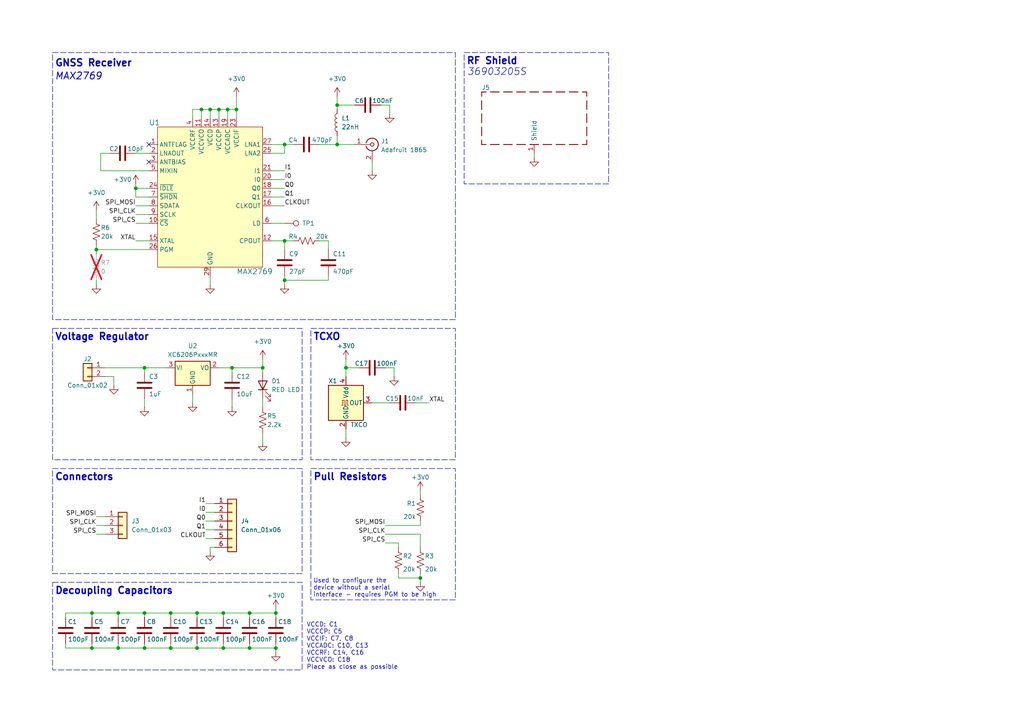
<source format=kicad_sch>
(kicad_sch
	(version 20231120)
	(generator "eeschema")
	(generator_version "8.0")
	(uuid "6de2928a-dc9e-4f07-80c5-0772d32964c6")
	(paper "A4")
	(title_block
		(title "Aurora GNSS Breakout v0.1")
		(date "2025-05-02")
		(rev "A")
		(company "Illinois Space Society")
		(comment 1 "Based off of iliasam's STM32F4_SDR_GPS")
		(comment 4 "Contributors: Thomas McManamen")
	)
	(lib_symbols
		(symbol "Connector:Conn_Coaxial"
			(pin_names
				(offset 1.016) hide)
			(exclude_from_sim no)
			(in_bom yes)
			(on_board yes)
			(property "Reference" "J"
				(at 0.254 3.048 0)
				(effects
					(font
						(size 1.27 1.27)
					)
				)
			)
			(property "Value" "Conn_Coaxial"
				(at 2.921 0 90)
				(effects
					(font
						(size 1.27 1.27)
					)
				)
			)
			(property "Footprint" ""
				(at 0 0 0)
				(effects
					(font
						(size 1.27 1.27)
					)
					(hide yes)
				)
			)
			(property "Datasheet" "~"
				(at 0 0 0)
				(effects
					(font
						(size 1.27 1.27)
					)
					(hide yes)
				)
			)
			(property "Description" "coaxial connector (BNC, SMA, SMB, SMC, Cinch/RCA, LEMO, ...)"
				(at 0 0 0)
				(effects
					(font
						(size 1.27 1.27)
					)
					(hide yes)
				)
			)
			(property "ki_keywords" "BNC SMA SMB SMC LEMO coaxial connector CINCH RCA MCX MMCX U.FL UMRF"
				(at 0 0 0)
				(effects
					(font
						(size 1.27 1.27)
					)
					(hide yes)
				)
			)
			(property "ki_fp_filters" "*BNC* *SMA* *SMB* *SMC* *Cinch* *LEMO* *UMRF* *MCX* *U.FL*"
				(at 0 0 0)
				(effects
					(font
						(size 1.27 1.27)
					)
					(hide yes)
				)
			)
			(symbol "Conn_Coaxial_0_1"
				(arc
					(start -1.778 -0.508)
					(mid 0.2311 -1.8066)
					(end 1.778 0)
					(stroke
						(width 0.254)
						(type default)
					)
					(fill
						(type none)
					)
				)
				(polyline
					(pts
						(xy -2.54 0) (xy -0.508 0)
					)
					(stroke
						(width 0)
						(type default)
					)
					(fill
						(type none)
					)
				)
				(polyline
					(pts
						(xy 0 -2.54) (xy 0 -1.778)
					)
					(stroke
						(width 0)
						(type default)
					)
					(fill
						(type none)
					)
				)
				(circle
					(center 0 0)
					(radius 0.508)
					(stroke
						(width 0.2032)
						(type default)
					)
					(fill
						(type none)
					)
				)
				(arc
					(start 1.778 0)
					(mid 0.2099 1.8101)
					(end -1.778 0.508)
					(stroke
						(width 0.254)
						(type default)
					)
					(fill
						(type none)
					)
				)
			)
			(symbol "Conn_Coaxial_1_1"
				(pin passive line
					(at -5.08 0 0)
					(length 2.54)
					(name "In"
						(effects
							(font
								(size 1.27 1.27)
							)
						)
					)
					(number "1"
						(effects
							(font
								(size 1.27 1.27)
							)
						)
					)
				)
				(pin passive line
					(at 0 -5.08 90)
					(length 2.54)
					(name "Ext"
						(effects
							(font
								(size 1.27 1.27)
							)
						)
					)
					(number "2"
						(effects
							(font
								(size 1.27 1.27)
							)
						)
					)
				)
			)
		)
		(symbol "Connector:TestPoint"
			(pin_numbers hide)
			(pin_names
				(offset 0.762) hide)
			(exclude_from_sim no)
			(in_bom yes)
			(on_board yes)
			(property "Reference" "TP"
				(at 0 6.858 0)
				(effects
					(font
						(size 1.27 1.27)
					)
				)
			)
			(property "Value" "TestPoint"
				(at 0 5.08 0)
				(effects
					(font
						(size 1.27 1.27)
					)
				)
			)
			(property "Footprint" ""
				(at 5.08 0 0)
				(effects
					(font
						(size 1.27 1.27)
					)
					(hide yes)
				)
			)
			(property "Datasheet" "~"
				(at 5.08 0 0)
				(effects
					(font
						(size 1.27 1.27)
					)
					(hide yes)
				)
			)
			(property "Description" "test point"
				(at 0 0 0)
				(effects
					(font
						(size 1.27 1.27)
					)
					(hide yes)
				)
			)
			(property "ki_keywords" "test point tp"
				(at 0 0 0)
				(effects
					(font
						(size 1.27 1.27)
					)
					(hide yes)
				)
			)
			(property "ki_fp_filters" "Pin* Test*"
				(at 0 0 0)
				(effects
					(font
						(size 1.27 1.27)
					)
					(hide yes)
				)
			)
			(symbol "TestPoint_0_1"
				(circle
					(center 0 3.302)
					(radius 0.762)
					(stroke
						(width 0)
						(type default)
					)
					(fill
						(type none)
					)
				)
			)
			(symbol "TestPoint_1_1"
				(pin passive line
					(at 0 0 90)
					(length 2.54)
					(name "1"
						(effects
							(font
								(size 1.27 1.27)
							)
						)
					)
					(number "1"
						(effects
							(font
								(size 1.27 1.27)
							)
						)
					)
				)
			)
		)
		(symbol "Connector_Generic:Conn_01x02"
			(pin_names
				(offset 1.016) hide)
			(exclude_from_sim no)
			(in_bom yes)
			(on_board yes)
			(property "Reference" "J"
				(at 0 2.54 0)
				(effects
					(font
						(size 1.27 1.27)
					)
				)
			)
			(property "Value" "Conn_01x02"
				(at 0 -5.08 0)
				(effects
					(font
						(size 1.27 1.27)
					)
				)
			)
			(property "Footprint" ""
				(at 0 0 0)
				(effects
					(font
						(size 1.27 1.27)
					)
					(hide yes)
				)
			)
			(property "Datasheet" "~"
				(at 0 0 0)
				(effects
					(font
						(size 1.27 1.27)
					)
					(hide yes)
				)
			)
			(property "Description" "Generic connector, single row, 01x02, script generated (kicad-library-utils/schlib/autogen/connector/)"
				(at 0 0 0)
				(effects
					(font
						(size 1.27 1.27)
					)
					(hide yes)
				)
			)
			(property "ki_keywords" "connector"
				(at 0 0 0)
				(effects
					(font
						(size 1.27 1.27)
					)
					(hide yes)
				)
			)
			(property "ki_fp_filters" "Connector*:*_1x??_*"
				(at 0 0 0)
				(effects
					(font
						(size 1.27 1.27)
					)
					(hide yes)
				)
			)
			(symbol "Conn_01x02_1_1"
				(rectangle
					(start -1.27 -2.413)
					(end 0 -2.667)
					(stroke
						(width 0.1524)
						(type default)
					)
					(fill
						(type none)
					)
				)
				(rectangle
					(start -1.27 0.127)
					(end 0 -0.127)
					(stroke
						(width 0.1524)
						(type default)
					)
					(fill
						(type none)
					)
				)
				(rectangle
					(start -1.27 1.27)
					(end 1.27 -3.81)
					(stroke
						(width 0.254)
						(type default)
					)
					(fill
						(type background)
					)
				)
				(pin passive line
					(at -5.08 0 0)
					(length 3.81)
					(name "Pin_1"
						(effects
							(font
								(size 1.27 1.27)
							)
						)
					)
					(number "1"
						(effects
							(font
								(size 1.27 1.27)
							)
						)
					)
				)
				(pin passive line
					(at -5.08 -2.54 0)
					(length 3.81)
					(name "Pin_2"
						(effects
							(font
								(size 1.27 1.27)
							)
						)
					)
					(number "2"
						(effects
							(font
								(size 1.27 1.27)
							)
						)
					)
				)
			)
		)
		(symbol "Connector_Generic:Conn_01x03"
			(pin_names
				(offset 1.016) hide)
			(exclude_from_sim no)
			(in_bom yes)
			(on_board yes)
			(property "Reference" "J"
				(at 0 5.08 0)
				(effects
					(font
						(size 1.27 1.27)
					)
				)
			)
			(property "Value" "Conn_01x03"
				(at 0 -5.08 0)
				(effects
					(font
						(size 1.27 1.27)
					)
				)
			)
			(property "Footprint" ""
				(at 0 0 0)
				(effects
					(font
						(size 1.27 1.27)
					)
					(hide yes)
				)
			)
			(property "Datasheet" "~"
				(at 0 0 0)
				(effects
					(font
						(size 1.27 1.27)
					)
					(hide yes)
				)
			)
			(property "Description" "Generic connector, single row, 01x03, script generated (kicad-library-utils/schlib/autogen/connector/)"
				(at 0 0 0)
				(effects
					(font
						(size 1.27 1.27)
					)
					(hide yes)
				)
			)
			(property "ki_keywords" "connector"
				(at 0 0 0)
				(effects
					(font
						(size 1.27 1.27)
					)
					(hide yes)
				)
			)
			(property "ki_fp_filters" "Connector*:*_1x??_*"
				(at 0 0 0)
				(effects
					(font
						(size 1.27 1.27)
					)
					(hide yes)
				)
			)
			(symbol "Conn_01x03_1_1"
				(rectangle
					(start -1.27 -2.413)
					(end 0 -2.667)
					(stroke
						(width 0.1524)
						(type default)
					)
					(fill
						(type none)
					)
				)
				(rectangle
					(start -1.27 0.127)
					(end 0 -0.127)
					(stroke
						(width 0.1524)
						(type default)
					)
					(fill
						(type none)
					)
				)
				(rectangle
					(start -1.27 2.667)
					(end 0 2.413)
					(stroke
						(width 0.1524)
						(type default)
					)
					(fill
						(type none)
					)
				)
				(rectangle
					(start -1.27 3.81)
					(end 1.27 -3.81)
					(stroke
						(width 0.254)
						(type default)
					)
					(fill
						(type background)
					)
				)
				(pin passive line
					(at -5.08 2.54 0)
					(length 3.81)
					(name "Pin_1"
						(effects
							(font
								(size 1.27 1.27)
							)
						)
					)
					(number "1"
						(effects
							(font
								(size 1.27 1.27)
							)
						)
					)
				)
				(pin passive line
					(at -5.08 0 0)
					(length 3.81)
					(name "Pin_2"
						(effects
							(font
								(size 1.27 1.27)
							)
						)
					)
					(number "2"
						(effects
							(font
								(size 1.27 1.27)
							)
						)
					)
				)
				(pin passive line
					(at -5.08 -2.54 0)
					(length 3.81)
					(name "Pin_3"
						(effects
							(font
								(size 1.27 1.27)
							)
						)
					)
					(number "3"
						(effects
							(font
								(size 1.27 1.27)
							)
						)
					)
				)
			)
		)
		(symbol "Connector_Generic:Conn_01x06"
			(pin_names
				(offset 1.016) hide)
			(exclude_from_sim no)
			(in_bom yes)
			(on_board yes)
			(property "Reference" "J"
				(at 0 7.62 0)
				(effects
					(font
						(size 1.27 1.27)
					)
				)
			)
			(property "Value" "Conn_01x06"
				(at 0 -10.16 0)
				(effects
					(font
						(size 1.27 1.27)
					)
				)
			)
			(property "Footprint" ""
				(at 0 0 0)
				(effects
					(font
						(size 1.27 1.27)
					)
					(hide yes)
				)
			)
			(property "Datasheet" "~"
				(at 0 0 0)
				(effects
					(font
						(size 1.27 1.27)
					)
					(hide yes)
				)
			)
			(property "Description" "Generic connector, single row, 01x06, script generated (kicad-library-utils/schlib/autogen/connector/)"
				(at 0 0 0)
				(effects
					(font
						(size 1.27 1.27)
					)
					(hide yes)
				)
			)
			(property "ki_keywords" "connector"
				(at 0 0 0)
				(effects
					(font
						(size 1.27 1.27)
					)
					(hide yes)
				)
			)
			(property "ki_fp_filters" "Connector*:*_1x??_*"
				(at 0 0 0)
				(effects
					(font
						(size 1.27 1.27)
					)
					(hide yes)
				)
			)
			(symbol "Conn_01x06_1_1"
				(rectangle
					(start -1.27 -7.493)
					(end 0 -7.747)
					(stroke
						(width 0.1524)
						(type default)
					)
					(fill
						(type none)
					)
				)
				(rectangle
					(start -1.27 -4.953)
					(end 0 -5.207)
					(stroke
						(width 0.1524)
						(type default)
					)
					(fill
						(type none)
					)
				)
				(rectangle
					(start -1.27 -2.413)
					(end 0 -2.667)
					(stroke
						(width 0.1524)
						(type default)
					)
					(fill
						(type none)
					)
				)
				(rectangle
					(start -1.27 0.127)
					(end 0 -0.127)
					(stroke
						(width 0.1524)
						(type default)
					)
					(fill
						(type none)
					)
				)
				(rectangle
					(start -1.27 2.667)
					(end 0 2.413)
					(stroke
						(width 0.1524)
						(type default)
					)
					(fill
						(type none)
					)
				)
				(rectangle
					(start -1.27 5.207)
					(end 0 4.953)
					(stroke
						(width 0.1524)
						(type default)
					)
					(fill
						(type none)
					)
				)
				(rectangle
					(start -1.27 6.35)
					(end 1.27 -8.89)
					(stroke
						(width 0.254)
						(type default)
					)
					(fill
						(type background)
					)
				)
				(pin passive line
					(at -5.08 5.08 0)
					(length 3.81)
					(name "Pin_1"
						(effects
							(font
								(size 1.27 1.27)
							)
						)
					)
					(number "1"
						(effects
							(font
								(size 1.27 1.27)
							)
						)
					)
				)
				(pin passive line
					(at -5.08 2.54 0)
					(length 3.81)
					(name "Pin_2"
						(effects
							(font
								(size 1.27 1.27)
							)
						)
					)
					(number "2"
						(effects
							(font
								(size 1.27 1.27)
							)
						)
					)
				)
				(pin passive line
					(at -5.08 0 0)
					(length 3.81)
					(name "Pin_3"
						(effects
							(font
								(size 1.27 1.27)
							)
						)
					)
					(number "3"
						(effects
							(font
								(size 1.27 1.27)
							)
						)
					)
				)
				(pin passive line
					(at -5.08 -2.54 0)
					(length 3.81)
					(name "Pin_4"
						(effects
							(font
								(size 1.27 1.27)
							)
						)
					)
					(number "4"
						(effects
							(font
								(size 1.27 1.27)
							)
						)
					)
				)
				(pin passive line
					(at -5.08 -5.08 0)
					(length 3.81)
					(name "Pin_5"
						(effects
							(font
								(size 1.27 1.27)
							)
						)
					)
					(number "5"
						(effects
							(font
								(size 1.27 1.27)
							)
						)
					)
				)
				(pin passive line
					(at -5.08 -7.62 0)
					(length 3.81)
					(name "Pin_6"
						(effects
							(font
								(size 1.27 1.27)
							)
						)
					)
					(number "6"
						(effects
							(font
								(size 1.27 1.27)
							)
						)
					)
				)
			)
		)
		(symbol "Device:C"
			(pin_numbers hide)
			(pin_names
				(offset 0.254)
			)
			(exclude_from_sim no)
			(in_bom yes)
			(on_board yes)
			(property "Reference" "C"
				(at 0.635 2.54 0)
				(effects
					(font
						(size 1.27 1.27)
					)
					(justify left)
				)
			)
			(property "Value" "C"
				(at 0.635 -2.54 0)
				(effects
					(font
						(size 1.27 1.27)
					)
					(justify left)
				)
			)
			(property "Footprint" ""
				(at 0.9652 -3.81 0)
				(effects
					(font
						(size 1.27 1.27)
					)
					(hide yes)
				)
			)
			(property "Datasheet" "~"
				(at 0 0 0)
				(effects
					(font
						(size 1.27 1.27)
					)
					(hide yes)
				)
			)
			(property "Description" "Unpolarized capacitor"
				(at 0 0 0)
				(effects
					(font
						(size 1.27 1.27)
					)
					(hide yes)
				)
			)
			(property "ki_keywords" "cap capacitor"
				(at 0 0 0)
				(effects
					(font
						(size 1.27 1.27)
					)
					(hide yes)
				)
			)
			(property "ki_fp_filters" "C_*"
				(at 0 0 0)
				(effects
					(font
						(size 1.27 1.27)
					)
					(hide yes)
				)
			)
			(symbol "C_0_1"
				(polyline
					(pts
						(xy -2.032 -0.762) (xy 2.032 -0.762)
					)
					(stroke
						(width 0.508)
						(type default)
					)
					(fill
						(type none)
					)
				)
				(polyline
					(pts
						(xy -2.032 0.762) (xy 2.032 0.762)
					)
					(stroke
						(width 0.508)
						(type default)
					)
					(fill
						(type none)
					)
				)
			)
			(symbol "C_1_1"
				(pin passive line
					(at 0 3.81 270)
					(length 2.794)
					(name "~"
						(effects
							(font
								(size 1.27 1.27)
							)
						)
					)
					(number "1"
						(effects
							(font
								(size 1.27 1.27)
							)
						)
					)
				)
				(pin passive line
					(at 0 -3.81 90)
					(length 2.794)
					(name "~"
						(effects
							(font
								(size 1.27 1.27)
							)
						)
					)
					(number "2"
						(effects
							(font
								(size 1.27 1.27)
							)
						)
					)
				)
			)
		)
		(symbol "Device:L"
			(pin_numbers hide)
			(pin_names
				(offset 1.016) hide)
			(exclude_from_sim no)
			(in_bom yes)
			(on_board yes)
			(property "Reference" "L"
				(at -1.27 0 90)
				(effects
					(font
						(size 1.27 1.27)
					)
				)
			)
			(property "Value" "L"
				(at 1.905 0 90)
				(effects
					(font
						(size 1.27 1.27)
					)
				)
			)
			(property "Footprint" ""
				(at 0 0 0)
				(effects
					(font
						(size 1.27 1.27)
					)
					(hide yes)
				)
			)
			(property "Datasheet" "~"
				(at 0 0 0)
				(effects
					(font
						(size 1.27 1.27)
					)
					(hide yes)
				)
			)
			(property "Description" "Inductor"
				(at 0 0 0)
				(effects
					(font
						(size 1.27 1.27)
					)
					(hide yes)
				)
			)
			(property "ki_keywords" "inductor choke coil reactor magnetic"
				(at 0 0 0)
				(effects
					(font
						(size 1.27 1.27)
					)
					(hide yes)
				)
			)
			(property "ki_fp_filters" "Choke_* *Coil* Inductor_* L_*"
				(at 0 0 0)
				(effects
					(font
						(size 1.27 1.27)
					)
					(hide yes)
				)
			)
			(symbol "L_0_1"
				(arc
					(start 0 -2.54)
					(mid 0.6323 -1.905)
					(end 0 -1.27)
					(stroke
						(width 0)
						(type default)
					)
					(fill
						(type none)
					)
				)
				(arc
					(start 0 -1.27)
					(mid 0.6323 -0.635)
					(end 0 0)
					(stroke
						(width 0)
						(type default)
					)
					(fill
						(type none)
					)
				)
				(arc
					(start 0 0)
					(mid 0.6323 0.635)
					(end 0 1.27)
					(stroke
						(width 0)
						(type default)
					)
					(fill
						(type none)
					)
				)
				(arc
					(start 0 1.27)
					(mid 0.6323 1.905)
					(end 0 2.54)
					(stroke
						(width 0)
						(type default)
					)
					(fill
						(type none)
					)
				)
			)
			(symbol "L_1_1"
				(pin passive line
					(at 0 3.81 270)
					(length 1.27)
					(name "1"
						(effects
							(font
								(size 1.27 1.27)
							)
						)
					)
					(number "1"
						(effects
							(font
								(size 1.27 1.27)
							)
						)
					)
				)
				(pin passive line
					(at 0 -3.81 90)
					(length 1.27)
					(name "2"
						(effects
							(font
								(size 1.27 1.27)
							)
						)
					)
					(number "2"
						(effects
							(font
								(size 1.27 1.27)
							)
						)
					)
				)
			)
		)
		(symbol "Device:LED"
			(pin_numbers hide)
			(pin_names
				(offset 1.016) hide)
			(exclude_from_sim no)
			(in_bom yes)
			(on_board yes)
			(property "Reference" "D"
				(at 0 2.54 0)
				(effects
					(font
						(size 1.27 1.27)
					)
				)
			)
			(property "Value" "LED"
				(at 0 -2.54 0)
				(effects
					(font
						(size 1.27 1.27)
					)
				)
			)
			(property "Footprint" ""
				(at 0 0 0)
				(effects
					(font
						(size 1.27 1.27)
					)
					(hide yes)
				)
			)
			(property "Datasheet" "~"
				(at 0 0 0)
				(effects
					(font
						(size 1.27 1.27)
					)
					(hide yes)
				)
			)
			(property "Description" "Light emitting diode"
				(at 0 0 0)
				(effects
					(font
						(size 1.27 1.27)
					)
					(hide yes)
				)
			)
			(property "ki_keywords" "LED diode"
				(at 0 0 0)
				(effects
					(font
						(size 1.27 1.27)
					)
					(hide yes)
				)
			)
			(property "ki_fp_filters" "LED* LED_SMD:* LED_THT:*"
				(at 0 0 0)
				(effects
					(font
						(size 1.27 1.27)
					)
					(hide yes)
				)
			)
			(symbol "LED_0_1"
				(polyline
					(pts
						(xy -1.27 -1.27) (xy -1.27 1.27)
					)
					(stroke
						(width 0.254)
						(type default)
					)
					(fill
						(type none)
					)
				)
				(polyline
					(pts
						(xy -1.27 0) (xy 1.27 0)
					)
					(stroke
						(width 0)
						(type default)
					)
					(fill
						(type none)
					)
				)
				(polyline
					(pts
						(xy 1.27 -1.27) (xy 1.27 1.27) (xy -1.27 0) (xy 1.27 -1.27)
					)
					(stroke
						(width 0.254)
						(type default)
					)
					(fill
						(type none)
					)
				)
				(polyline
					(pts
						(xy -3.048 -0.762) (xy -4.572 -2.286) (xy -3.81 -2.286) (xy -4.572 -2.286) (xy -4.572 -1.524)
					)
					(stroke
						(width 0)
						(type default)
					)
					(fill
						(type none)
					)
				)
				(polyline
					(pts
						(xy -1.778 -0.762) (xy -3.302 -2.286) (xy -2.54 -2.286) (xy -3.302 -2.286) (xy -3.302 -1.524)
					)
					(stroke
						(width 0)
						(type default)
					)
					(fill
						(type none)
					)
				)
			)
			(symbol "LED_1_1"
				(pin passive line
					(at -3.81 0 0)
					(length 2.54)
					(name "K"
						(effects
							(font
								(size 1.27 1.27)
							)
						)
					)
					(number "1"
						(effects
							(font
								(size 1.27 1.27)
							)
						)
					)
				)
				(pin passive line
					(at 3.81 0 180)
					(length 2.54)
					(name "A"
						(effects
							(font
								(size 1.27 1.27)
							)
						)
					)
					(number "2"
						(effects
							(font
								(size 1.27 1.27)
							)
						)
					)
				)
			)
		)
		(symbol "Device:RFShield_OnePiece"
			(pin_names
				(offset 1.016)
			)
			(exclude_from_sim no)
			(in_bom yes)
			(on_board yes)
			(property "Reference" "J"
				(at 0 5.08 0)
				(effects
					(font
						(size 1.27 1.27)
					)
				)
			)
			(property "Value" "RFShield_OnePiece"
				(at 0 2.54 0)
				(effects
					(font
						(size 1.27 1.27)
					)
				)
			)
			(property "Footprint" ""
				(at 0 -2.54 0)
				(effects
					(font
						(size 1.27 1.27)
					)
					(hide yes)
				)
			)
			(property "Datasheet" "~"
				(at 0 -2.54 0)
				(effects
					(font
						(size 1.27 1.27)
					)
					(hide yes)
				)
			)
			(property "Description" "One-piece EMI RF shielding cabinet"
				(at 0 0 0)
				(effects
					(font
						(size 1.27 1.27)
					)
					(hide yes)
				)
			)
			(property "ki_keywords" "RF EMI shielding cabinet"
				(at 0 0 0)
				(effects
					(font
						(size 1.27 1.27)
					)
					(hide yes)
				)
			)
			(symbol "RFShield_OnePiece_0_1"
				(polyline
					(pts
						(xy -15.24 -5.08) (xy -15.24 -2.54)
					)
					(stroke
						(width 0.254)
						(type default)
					)
					(fill
						(type none)
					)
				)
				(polyline
					(pts
						(xy -15.24 -1.27) (xy -15.24 1.27)
					)
					(stroke
						(width 0.254)
						(type default)
					)
					(fill
						(type none)
					)
				)
				(polyline
					(pts
						(xy -15.24 2.54) (xy -15.24 5.08)
					)
					(stroke
						(width 0.254)
						(type default)
					)
					(fill
						(type none)
					)
				)
				(polyline
					(pts
						(xy -12.7 7.62) (xy -10.16 7.62)
					)
					(stroke
						(width 0.254)
						(type default)
					)
					(fill
						(type none)
					)
				)
				(polyline
					(pts
						(xy -10.16 -7.62) (xy -12.7 -7.62)
					)
					(stroke
						(width 0.254)
						(type default)
					)
					(fill
						(type none)
					)
				)
				(polyline
					(pts
						(xy -6.35 -7.62) (xy -8.89 -7.62)
					)
					(stroke
						(width 0.254)
						(type default)
					)
					(fill
						(type none)
					)
				)
				(polyline
					(pts
						(xy -6.35 7.62) (xy -8.89 7.62)
					)
					(stroke
						(width 0.254)
						(type default)
					)
					(fill
						(type none)
					)
				)
				(polyline
					(pts
						(xy -2.54 -7.62) (xy -5.08 -7.62)
					)
					(stroke
						(width 0.254)
						(type default)
					)
					(fill
						(type none)
					)
				)
				(polyline
					(pts
						(xy -2.54 7.62) (xy -5.08 7.62)
					)
					(stroke
						(width 0.254)
						(type default)
					)
					(fill
						(type none)
					)
				)
				(polyline
					(pts
						(xy -1.27 -7.62) (xy 1.27 -7.62)
					)
					(stroke
						(width 0.254)
						(type default)
					)
					(fill
						(type none)
					)
				)
				(polyline
					(pts
						(xy 1.27 7.62) (xy -1.27 7.62)
					)
					(stroke
						(width 0.254)
						(type default)
					)
					(fill
						(type none)
					)
				)
				(polyline
					(pts
						(xy 2.54 -7.62) (xy 5.08 -7.62)
					)
					(stroke
						(width 0.254)
						(type default)
					)
					(fill
						(type none)
					)
				)
				(polyline
					(pts
						(xy 5.08 7.62) (xy 2.54 7.62)
					)
					(stroke
						(width 0.254)
						(type default)
					)
					(fill
						(type none)
					)
				)
				(polyline
					(pts
						(xy 6.35 -7.62) (xy 8.89 -7.62)
					)
					(stroke
						(width 0.254)
						(type default)
					)
					(fill
						(type none)
					)
				)
				(polyline
					(pts
						(xy 8.89 7.62) (xy 6.35 7.62)
					)
					(stroke
						(width 0.254)
						(type default)
					)
					(fill
						(type none)
					)
				)
				(polyline
					(pts
						(xy 10.16 -7.62) (xy 12.7 -7.62)
					)
					(stroke
						(width 0.254)
						(type default)
					)
					(fill
						(type none)
					)
				)
				(polyline
					(pts
						(xy 12.7 7.62) (xy 10.16 7.62)
					)
					(stroke
						(width 0.254)
						(type default)
					)
					(fill
						(type none)
					)
				)
				(polyline
					(pts
						(xy 15.24 -5.08) (xy 15.24 -2.54)
					)
					(stroke
						(width 0.254)
						(type default)
					)
					(fill
						(type none)
					)
				)
				(polyline
					(pts
						(xy 15.24 -1.27) (xy 15.24 1.27)
					)
					(stroke
						(width 0.254)
						(type default)
					)
					(fill
						(type none)
					)
				)
				(polyline
					(pts
						(xy 15.24 2.54) (xy 15.24 5.08)
					)
					(stroke
						(width 0.254)
						(type default)
					)
					(fill
						(type none)
					)
				)
				(polyline
					(pts
						(xy -15.24 6.35) (xy -15.24 7.62) (xy -13.97 7.62)
					)
					(stroke
						(width 0.254)
						(type default)
					)
					(fill
						(type none)
					)
				)
				(polyline
					(pts
						(xy -13.97 -7.62) (xy -15.24 -7.62) (xy -15.24 -6.35)
					)
					(stroke
						(width 0.254)
						(type default)
					)
					(fill
						(type none)
					)
				)
				(polyline
					(pts
						(xy 13.97 -7.62) (xy 15.24 -7.62) (xy 15.24 -6.35)
					)
					(stroke
						(width 0.254)
						(type default)
					)
					(fill
						(type none)
					)
				)
				(polyline
					(pts
						(xy 15.24 6.35) (xy 15.24 7.62) (xy 13.97 7.62)
					)
					(stroke
						(width 0.254)
						(type default)
					)
					(fill
						(type none)
					)
				)
			)
			(symbol "RFShield_OnePiece_1_1"
				(pin passive line
					(at 0 -10.16 90)
					(length 2.54)
					(name "Shield"
						(effects
							(font
								(size 1.27 1.27)
							)
						)
					)
					(number "1"
						(effects
							(font
								(size 1.27 1.27)
							)
						)
					)
				)
			)
		)
		(symbol "Device:R_US"
			(pin_numbers hide)
			(pin_names
				(offset 0)
			)
			(exclude_from_sim no)
			(in_bom yes)
			(on_board yes)
			(property "Reference" "R"
				(at 2.54 0 90)
				(effects
					(font
						(size 1.27 1.27)
					)
				)
			)
			(property "Value" "R_US"
				(at -2.54 0 90)
				(effects
					(font
						(size 1.27 1.27)
					)
				)
			)
			(property "Footprint" ""
				(at 1.016 -0.254 90)
				(effects
					(font
						(size 1.27 1.27)
					)
					(hide yes)
				)
			)
			(property "Datasheet" "~"
				(at 0 0 0)
				(effects
					(font
						(size 1.27 1.27)
					)
					(hide yes)
				)
			)
			(property "Description" "Resistor, US symbol"
				(at 0 0 0)
				(effects
					(font
						(size 1.27 1.27)
					)
					(hide yes)
				)
			)
			(property "ki_keywords" "R res resistor"
				(at 0 0 0)
				(effects
					(font
						(size 1.27 1.27)
					)
					(hide yes)
				)
			)
			(property "ki_fp_filters" "R_*"
				(at 0 0 0)
				(effects
					(font
						(size 1.27 1.27)
					)
					(hide yes)
				)
			)
			(symbol "R_US_0_1"
				(polyline
					(pts
						(xy 0 -2.286) (xy 0 -2.54)
					)
					(stroke
						(width 0)
						(type default)
					)
					(fill
						(type none)
					)
				)
				(polyline
					(pts
						(xy 0 2.286) (xy 0 2.54)
					)
					(stroke
						(width 0)
						(type default)
					)
					(fill
						(type none)
					)
				)
				(polyline
					(pts
						(xy 0 -0.762) (xy 1.016 -1.143) (xy 0 -1.524) (xy -1.016 -1.905) (xy 0 -2.286)
					)
					(stroke
						(width 0)
						(type default)
					)
					(fill
						(type none)
					)
				)
				(polyline
					(pts
						(xy 0 0.762) (xy 1.016 0.381) (xy 0 0) (xy -1.016 -0.381) (xy 0 -0.762)
					)
					(stroke
						(width 0)
						(type default)
					)
					(fill
						(type none)
					)
				)
				(polyline
					(pts
						(xy 0 2.286) (xy 1.016 1.905) (xy 0 1.524) (xy -1.016 1.143) (xy 0 0.762)
					)
					(stroke
						(width 0)
						(type default)
					)
					(fill
						(type none)
					)
				)
			)
			(symbol "R_US_1_1"
				(pin passive line
					(at 0 3.81 270)
					(length 1.27)
					(name "~"
						(effects
							(font
								(size 1.27 1.27)
							)
						)
					)
					(number "1"
						(effects
							(font
								(size 1.27 1.27)
							)
						)
					)
				)
				(pin passive line
					(at 0 -3.81 90)
					(length 1.27)
					(name "~"
						(effects
							(font
								(size 1.27 1.27)
							)
						)
					)
					(number "2"
						(effects
							(font
								(size 1.27 1.27)
							)
						)
					)
				)
			)
		)
		(symbol "Oscillator:ASE-xxxMHz"
			(pin_names
				(offset 0.254)
			)
			(exclude_from_sim no)
			(in_bom yes)
			(on_board yes)
			(property "Reference" "X1"
				(at 12.7 6.3186 0)
				(effects
					(font
						(size 1.27 1.27)
					)
				)
			)
			(property "Value" "TXCO"
				(at 12.7 3.7786 0)
				(effects
					(font
						(size 1.27 1.27)
					)
				)
			)
			(property "Footprint" "Oscillator:Oscillator_SMD_Abracon_ASE-4Pin_3.2x2.5mm"
				(at 17.78 -8.89 0)
				(effects
					(font
						(size 1.27 1.27)
					)
					(hide yes)
				)
			)
			(property "Datasheet" "http://www.abracon.com/Oscillators/ASV.pdf"
				(at -2.54 0 0)
				(effects
					(font
						(size 1.27 1.27)
					)
					(hide yes)
				)
			)
			(property "Description" "3.3V CMOS SMD Crystal Clock Oscillator, Abracon"
				(at 0 0 0)
				(effects
					(font
						(size 1.27 1.27)
					)
					(hide yes)
				)
			)
			(property "ki_keywords" "3.2x2.5mm SMD Voltage Controlled Temperature"
				(at 0 0 0)
				(effects
					(font
						(size 1.27 1.27)
					)
					(hide yes)
				)
			)
			(property "ki_fp_filters" "Oscillator*SMD*Abracon*ASE*3.2x2.5mm*"
				(at 0 0 0)
				(effects
					(font
						(size 1.27 1.27)
					)
					(hide yes)
				)
			)
			(symbol "ASE-xxxMHz_0_1"
				(rectangle
					(start -5.08 5.08)
					(end 5.08 -5.08)
					(stroke
						(width 0.254)
						(type default)
					)
					(fill
						(type background)
					)
				)
				(polyline
					(pts
						(xy -1.27 -0.762) (xy -1.016 -0.762) (xy -1.016 0.762) (xy -0.508 0.762) (xy -0.508 -0.762) (xy 0 -0.762)
						(xy 0 0.762) (xy 0.508 0.762) (xy 0.508 -0.762) (xy 0.762 -0.762)
					)
					(stroke
						(width 0)
						(type default)
					)
					(fill
						(type none)
					)
				)
			)
			(symbol "ASE-xxxMHz_1_1"
				(pin no_connect line
					(at -7.62 0 0)
					(length 2.54) hide
					(name "NC"
						(effects
							(font
								(size 1.27 1.27)
							)
						)
					)
					(number "1"
						(effects
							(font
								(size 1.27 1.27)
							)
						)
					)
				)
				(pin power_in line
					(at 0 -7.62 90)
					(length 2.54)
					(name "GND"
						(effects
							(font
								(size 1.27 1.27)
							)
						)
					)
					(number "2"
						(effects
							(font
								(size 1.27 1.27)
							)
						)
					)
				)
				(pin output line
					(at 7.62 0 180)
					(length 2.54)
					(name "OUT"
						(effects
							(font
								(size 1.27 1.27)
							)
						)
					)
					(number "3"
						(effects
							(font
								(size 1.27 1.27)
							)
						)
					)
				)
				(pin power_in line
					(at 0 7.62 270)
					(length 2.54)
					(name "Vdd"
						(effects
							(font
								(size 1.27 1.27)
							)
						)
					)
					(number "4"
						(effects
							(font
								(size 1.27 1.27)
							)
						)
					)
				)
			)
		)
		(symbol "RF_GPS_Maxim:MAX2769"
			(exclude_from_sim no)
			(in_bom yes)
			(on_board yes)
			(property "Reference" "U"
				(at -15.24 22.86 0)
				(effects
					(font
						(size 1.524 1.524)
					)
				)
			)
			(property "Value" "MAX2769"
				(at 10.16 -22.86 0)
				(effects
					(font
						(size 1.524 1.524)
					)
				)
			)
			(property "Footprint" "Package_DFN_QFN:QFN-28-1EP_5x5mm_P0.5mm_EP3.35x3.35mm_ThermalVias"
				(at 0 -35.56 0)
				(effects
					(font
						(size 1.27 1.27)
						(italic yes)
					)
					(hide yes)
				)
			)
			(property "Datasheet" "https://www.analog.com/media/en/technical-documentation/data-sheets/MAX2769.pdf"
				(at 0 -30.48 0)
				(effects
					(font
						(size 1.27 1.27)
						(italic yes)
					)
					(hide yes)
				)
			)
			(property "Description" "MAX2769 Universal GPS Receiver"
				(at 0 -33.02 0)
				(effects
					(font
						(size 1.27 1.27)
					)
					(hide yes)
				)
			)
			(property "ki_keywords" "MAX2769 Maxim Integrated Analog Devices Universal GPS Galileo GLONASS Receiver QFN-28"
				(at 0 0 0)
				(effects
					(font
						(size 1.27 1.27)
					)
					(hide yes)
				)
			)
			(property "ki_fp_filters" "21-0140_T2855+3_MXM 21-0140_T2855+3_MXM-M 21-0140_T2855+3_MXM-L"
				(at 0 0 0)
				(effects
					(font
						(size 1.27 1.27)
					)
					(hide yes)
				)
			)
			(symbol "MAX2769_1_1"
				(rectangle
					(start -15.24 20.32)
					(end 15.24 -20.32)
					(stroke
						(width 0)
						(type default)
					)
					(fill
						(type background)
					)
				)
				(pin output line
					(at -17.78 15.24 0)
					(length 2.54)
					(name "ANTFLAG"
						(effects
							(font
								(size 1.27 1.27)
							)
						)
					)
					(number "1"
						(effects
							(font
								(size 1.27 1.27)
							)
						)
					)
				)
				(pin input line
					(at -17.78 -7.62 0)
					(length 2.54)
					(name "~{CS}"
						(effects
							(font
								(size 1.27 1.27)
							)
						)
					)
					(number "10"
						(effects
							(font
								(size 1.27 1.27)
							)
						)
					)
				)
				(pin power_in line
					(at -2.54 22.86 270)
					(length 2.54)
					(name "VCCVCO"
						(effects
							(font
								(size 1.27 1.27)
							)
						)
					)
					(number "11"
						(effects
							(font
								(size 1.27 1.27)
							)
						)
					)
				)
				(pin output line
					(at 17.78 -12.7 180)
					(length 2.54)
					(name "CPOUT"
						(effects
							(font
								(size 1.27 1.27)
							)
						)
					)
					(number "12"
						(effects
							(font
								(size 1.27 1.27)
							)
						)
					)
				)
				(pin power_in line
					(at 2.54 22.86 270)
					(length 2.54)
					(name "VCCCP"
						(effects
							(font
								(size 1.27 1.27)
							)
						)
					)
					(number "13"
						(effects
							(font
								(size 1.27 1.27)
							)
						)
					)
				)
				(pin power_in line
					(at 0 22.86 270)
					(length 2.54)
					(name "VCCD"
						(effects
							(font
								(size 1.27 1.27)
							)
						)
					)
					(number "14"
						(effects
							(font
								(size 1.27 1.27)
							)
						)
					)
				)
				(pin input line
					(at -17.78 -12.7 0)
					(length 2.54)
					(name "XTAL"
						(effects
							(font
								(size 1.27 1.27)
							)
						)
					)
					(number "15"
						(effects
							(font
								(size 1.27 1.27)
							)
						)
					)
				)
				(pin output line
					(at 17.78 -2.54 180)
					(length 2.54)
					(name "CLKOUT"
						(effects
							(font
								(size 1.27 1.27)
							)
						)
					)
					(number "16"
						(effects
							(font
								(size 1.27 1.27)
							)
						)
					)
				)
				(pin output line
					(at 17.78 0 180)
					(length 2.54)
					(name "Q1"
						(effects
							(font
								(size 1.27 1.27)
							)
						)
					)
					(number "17"
						(effects
							(font
								(size 1.27 1.27)
							)
						)
					)
				)
				(pin output line
					(at 17.78 2.54 180)
					(length 2.54)
					(name "Q0"
						(effects
							(font
								(size 1.27 1.27)
							)
						)
					)
					(number "18"
						(effects
							(font
								(size 1.27 1.27)
							)
						)
					)
				)
				(pin power_in line
					(at 5.08 22.86 270)
					(length 2.54)
					(name "VCCADC"
						(effects
							(font
								(size 1.27 1.27)
							)
						)
					)
					(number "19"
						(effects
							(font
								(size 1.27 1.27)
							)
						)
					)
				)
				(pin output line
					(at -17.78 12.7 0)
					(length 2.54)
					(name "LNAOUT"
						(effects
							(font
								(size 1.27 1.27)
							)
						)
					)
					(number "2"
						(effects
							(font
								(size 1.27 1.27)
							)
						)
					)
				)
				(pin output line
					(at 17.78 5.08 180)
					(length 2.54)
					(name "I0"
						(effects
							(font
								(size 1.27 1.27)
							)
						)
					)
					(number "20"
						(effects
							(font
								(size 1.27 1.27)
							)
						)
					)
				)
				(pin output line
					(at 17.78 7.62 180)
					(length 2.54)
					(name "I1"
						(effects
							(font
								(size 1.27 1.27)
							)
						)
					)
					(number "21"
						(effects
							(font
								(size 1.27 1.27)
							)
						)
					)
				)
				(pin no_connect line
					(at 15.24 -17.78 180)
					(length 2.54) hide
					(name "NC"
						(effects
							(font
								(size 1.27 1.27)
							)
						)
					)
					(number "22"
						(effects
							(font
								(size 1.27 1.27)
							)
						)
					)
				)
				(pin power_in line
					(at 7.62 22.86 270)
					(length 2.54)
					(name "VCCIF"
						(effects
							(font
								(size 1.27 1.27)
							)
						)
					)
					(number "23"
						(effects
							(font
								(size 1.27 1.27)
							)
						)
					)
				)
				(pin input line
					(at -17.78 2.54 0)
					(length 2.54)
					(name "~{IDLE}"
						(effects
							(font
								(size 1.27 1.27)
							)
						)
					)
					(number "24"
						(effects
							(font
								(size 1.27 1.27)
							)
						)
					)
				)
				(pin input line
					(at 17.78 12.7 180)
					(length 2.54)
					(name "LNA2"
						(effects
							(font
								(size 1.27 1.27)
							)
						)
					)
					(number "25"
						(effects
							(font
								(size 1.27 1.27)
							)
						)
					)
				)
				(pin input line
					(at -17.78 -15.24 0)
					(length 2.54)
					(name "PGM"
						(effects
							(font
								(size 1.27 1.27)
							)
						)
					)
					(number "26"
						(effects
							(font
								(size 1.27 1.27)
							)
						)
					)
				)
				(pin input line
					(at 17.78 15.24 180)
					(length 2.54)
					(name "LNA1"
						(effects
							(font
								(size 1.27 1.27)
							)
						)
					)
					(number "27"
						(effects
							(font
								(size 1.27 1.27)
							)
						)
					)
				)
				(pin no_connect line
					(at 15.24 -17.78 180)
					(length 2.54) hide
					(name "NC"
						(effects
							(font
								(size 1.27 1.27)
							)
						)
					)
					(number "28"
						(effects
							(font
								(size 1.27 1.27)
							)
						)
					)
				)
				(pin power_in line
					(at 0 -22.86 90)
					(length 2.54)
					(name "GND"
						(effects
							(font
								(size 1.27 1.27)
							)
						)
					)
					(number "29"
						(effects
							(font
								(size 1.27 1.27)
							)
						)
					)
				)
				(pin output line
					(at -17.78 10.16 0)
					(length 2.54)
					(name "ANTBIAS"
						(effects
							(font
								(size 1.27 1.27)
							)
						)
					)
					(number "3"
						(effects
							(font
								(size 1.27 1.27)
							)
						)
					)
				)
				(pin power_in line
					(at -5.08 22.86 270)
					(length 2.54)
					(name "VCCRF"
						(effects
							(font
								(size 1.27 1.27)
							)
						)
					)
					(number "4"
						(effects
							(font
								(size 1.27 1.27)
							)
						)
					)
				)
				(pin input line
					(at -17.78 7.62 0)
					(length 2.54)
					(name "MIXIN"
						(effects
							(font
								(size 1.27 1.27)
							)
						)
					)
					(number "5"
						(effects
							(font
								(size 1.27 1.27)
							)
						)
					)
				)
				(pin output line
					(at 17.78 -7.62 180)
					(length 2.54)
					(name "LD"
						(effects
							(font
								(size 1.27 1.27)
							)
						)
					)
					(number "6"
						(effects
							(font
								(size 1.27 1.27)
							)
						)
					)
				)
				(pin input line
					(at -17.78 0 0)
					(length 2.54)
					(name "~{SHDN}"
						(effects
							(font
								(size 1.27 1.27)
							)
						)
					)
					(number "7"
						(effects
							(font
								(size 1.27 1.27)
							)
						)
					)
				)
				(pin input line
					(at -17.78 -2.54 0)
					(length 2.54)
					(name "SDATA"
						(effects
							(font
								(size 1.27 1.27)
							)
						)
					)
					(number "8"
						(effects
							(font
								(size 1.27 1.27)
							)
						)
					)
				)
				(pin input line
					(at -17.78 -5.08 0)
					(length 2.54)
					(name "SCLK"
						(effects
							(font
								(size 1.27 1.27)
							)
						)
					)
					(number "9"
						(effects
							(font
								(size 1.27 1.27)
							)
						)
					)
				)
			)
		)
		(symbol "Regulator_Linear:XC6206PxxxMR"
			(pin_names
				(offset 0.254)
			)
			(exclude_from_sim no)
			(in_bom yes)
			(on_board yes)
			(property "Reference" "U"
				(at -3.81 3.175 0)
				(effects
					(font
						(size 1.27 1.27)
					)
				)
			)
			(property "Value" "XC6206PxxxMR"
				(at 0 3.175 0)
				(effects
					(font
						(size 1.27 1.27)
					)
					(justify left)
				)
			)
			(property "Footprint" "Package_TO_SOT_SMD:SOT-23-3"
				(at 0 5.715 0)
				(effects
					(font
						(size 1.27 1.27)
						(italic yes)
					)
					(hide yes)
				)
			)
			(property "Datasheet" "https://www.torexsemi.com/file/xc6206/XC6206.pdf"
				(at 0 0 0)
				(effects
					(font
						(size 1.27 1.27)
					)
					(hide yes)
				)
			)
			(property "Description" "Positive 60-250mA Low Dropout Regulator, Fixed Output, SOT-23"
				(at 0 0 0)
				(effects
					(font
						(size 1.27 1.27)
					)
					(hide yes)
				)
			)
			(property "ki_keywords" "Torex LDO Voltage Regulator Fixed Positive"
				(at 0 0 0)
				(effects
					(font
						(size 1.27 1.27)
					)
					(hide yes)
				)
			)
			(property "ki_fp_filters" "SOT?23?3*"
				(at 0 0 0)
				(effects
					(font
						(size 1.27 1.27)
					)
					(hide yes)
				)
			)
			(symbol "XC6206PxxxMR_0_1"
				(rectangle
					(start -5.08 1.905)
					(end 5.08 -5.08)
					(stroke
						(width 0.254)
						(type default)
					)
					(fill
						(type background)
					)
				)
			)
			(symbol "XC6206PxxxMR_1_1"
				(pin power_in line
					(at 0 -7.62 90)
					(length 2.54)
					(name "GND"
						(effects
							(font
								(size 1.27 1.27)
							)
						)
					)
					(number "1"
						(effects
							(font
								(size 1.27 1.27)
							)
						)
					)
				)
				(pin power_out line
					(at 7.62 0 180)
					(length 2.54)
					(name "VO"
						(effects
							(font
								(size 1.27 1.27)
							)
						)
					)
					(number "2"
						(effects
							(font
								(size 1.27 1.27)
							)
						)
					)
				)
				(pin power_in line
					(at -7.62 0 0)
					(length 2.54)
					(name "VI"
						(effects
							(font
								(size 1.27 1.27)
							)
						)
					)
					(number "3"
						(effects
							(font
								(size 1.27 1.27)
							)
						)
					)
				)
			)
		)
		(symbol "power:+3V0"
			(power)
			(pin_numbers hide)
			(pin_names
				(offset 0) hide)
			(exclude_from_sim no)
			(in_bom yes)
			(on_board yes)
			(property "Reference" "#PWR"
				(at 0 -3.81 0)
				(effects
					(font
						(size 1.27 1.27)
					)
					(hide yes)
				)
			)
			(property "Value" "+3V0"
				(at 0 3.556 0)
				(effects
					(font
						(size 1.27 1.27)
					)
				)
			)
			(property "Footprint" ""
				(at 0 0 0)
				(effects
					(font
						(size 1.27 1.27)
					)
					(hide yes)
				)
			)
			(property "Datasheet" ""
				(at 0 0 0)
				(effects
					(font
						(size 1.27 1.27)
					)
					(hide yes)
				)
			)
			(property "Description" "Power symbol creates a global label with name \"+3V0\""
				(at 0 0 0)
				(effects
					(font
						(size 1.27 1.27)
					)
					(hide yes)
				)
			)
			(property "ki_keywords" "global power"
				(at 0 0 0)
				(effects
					(font
						(size 1.27 1.27)
					)
					(hide yes)
				)
			)
			(symbol "+3V0_0_1"
				(polyline
					(pts
						(xy -0.762 1.27) (xy 0 2.54)
					)
					(stroke
						(width 0)
						(type default)
					)
					(fill
						(type none)
					)
				)
				(polyline
					(pts
						(xy 0 0) (xy 0 2.54)
					)
					(stroke
						(width 0)
						(type default)
					)
					(fill
						(type none)
					)
				)
				(polyline
					(pts
						(xy 0 2.54) (xy 0.762 1.27)
					)
					(stroke
						(width 0)
						(type default)
					)
					(fill
						(type none)
					)
				)
			)
			(symbol "+3V0_1_1"
				(pin power_in line
					(at 0 0 90)
					(length 0)
					(name "~"
						(effects
							(font
								(size 1.27 1.27)
							)
						)
					)
					(number "1"
						(effects
							(font
								(size 1.27 1.27)
							)
						)
					)
				)
			)
		)
		(symbol "power:GND"
			(power)
			(pin_numbers hide)
			(pin_names
				(offset 0) hide)
			(exclude_from_sim no)
			(in_bom yes)
			(on_board yes)
			(property "Reference" "#PWR"
				(at 0 -6.35 0)
				(effects
					(font
						(size 1.27 1.27)
					)
					(hide yes)
				)
			)
			(property "Value" "GND"
				(at 0 -3.81 0)
				(effects
					(font
						(size 1.27 1.27)
					)
				)
			)
			(property "Footprint" ""
				(at 0 0 0)
				(effects
					(font
						(size 1.27 1.27)
					)
					(hide yes)
				)
			)
			(property "Datasheet" ""
				(at 0 0 0)
				(effects
					(font
						(size 1.27 1.27)
					)
					(hide yes)
				)
			)
			(property "Description" "Power symbol creates a global label with name \"GND\" , ground"
				(at 0 0 0)
				(effects
					(font
						(size 1.27 1.27)
					)
					(hide yes)
				)
			)
			(property "ki_keywords" "global power"
				(at 0 0 0)
				(effects
					(font
						(size 1.27 1.27)
					)
					(hide yes)
				)
			)
			(symbol "GND_0_1"
				(polyline
					(pts
						(xy 0 0) (xy 0 -1.27) (xy 1.27 -1.27) (xy 0 -2.54) (xy -1.27 -1.27) (xy 0 -1.27)
					)
					(stroke
						(width 0)
						(type default)
					)
					(fill
						(type none)
					)
				)
			)
			(symbol "GND_1_1"
				(pin power_in line
					(at 0 0 270)
					(length 0)
					(name "~"
						(effects
							(font
								(size 1.27 1.27)
							)
						)
					)
					(number "1"
						(effects
							(font
								(size 1.27 1.27)
							)
						)
					)
				)
			)
		)
	)
	(junction
		(at 26.67 177.8)
		(diameter 0)
		(color 0 0 0 0)
		(uuid "02054911-4757-483f-bcb2-1e2deca567c6")
	)
	(junction
		(at 68.58 31.75)
		(diameter 0)
		(color 0 0 0 0)
		(uuid "04020982-605d-468c-b790-fd0c3826377a")
	)
	(junction
		(at 57.15 187.96)
		(diameter 0)
		(color 0 0 0 0)
		(uuid "0e295275-eeb7-4504-8b89-c737f4d707fa")
	)
	(junction
		(at 76.2 106.68)
		(diameter 0)
		(color 0 0 0 0)
		(uuid "14c1453a-3f9a-419c-a555-5d1cba705cc0")
	)
	(junction
		(at 49.53 177.8)
		(diameter 0)
		(color 0 0 0 0)
		(uuid "19903213-5687-40de-9748-317bf7ec1a4e")
	)
	(junction
		(at 64.77 177.8)
		(diameter 0)
		(color 0 0 0 0)
		(uuid "257f1bd4-aabb-4536-b702-b4fc06f8d5b3")
	)
	(junction
		(at 80.01 177.8)
		(diameter 0)
		(color 0 0 0 0)
		(uuid "313b33ba-b4c9-4322-abc1-50ad00dae5aa")
	)
	(junction
		(at 82.55 81.28)
		(diameter 0)
		(color 0 0 0 0)
		(uuid "36a081c6-657c-4c6a-87fd-35f0a9b01401")
	)
	(junction
		(at 49.53 187.96)
		(diameter 0)
		(color 0 0 0 0)
		(uuid "3c9331ca-db5e-4be6-962d-f8d743e29fab")
	)
	(junction
		(at 64.77 187.96)
		(diameter 0)
		(color 0 0 0 0)
		(uuid "3faef1f2-be81-4710-aafc-f51f8e7b3921")
	)
	(junction
		(at 58.42 31.75)
		(diameter 0)
		(color 0 0 0 0)
		(uuid "41d1748e-ea97-462e-ba7a-b4649443ef62")
	)
	(junction
		(at 63.5 31.75)
		(diameter 0)
		(color 0 0 0 0)
		(uuid "4571fa1a-3c29-4651-9329-cdb0a0c67cee")
	)
	(junction
		(at 41.91 177.8)
		(diameter 0)
		(color 0 0 0 0)
		(uuid "48cf38dd-b1e6-4ffc-9acc-0b3b1eef2601")
	)
	(junction
		(at 67.31 106.68)
		(diameter 0)
		(color 0 0 0 0)
		(uuid "4fba1cac-9cc4-4556-b35c-c26334ce848a")
	)
	(junction
		(at 97.79 41.91)
		(diameter 0)
		(color 0 0 0 0)
		(uuid "54b4ea4c-29db-4786-bb4c-1447109052da")
	)
	(junction
		(at 41.91 187.96)
		(diameter 0)
		(color 0 0 0 0)
		(uuid "55ca2b89-7055-4a52-92c6-51edaf97c105")
	)
	(junction
		(at 26.67 187.96)
		(diameter 0)
		(color 0 0 0 0)
		(uuid "599a27f4-b55b-4f47-b402-44f4023008cb")
	)
	(junction
		(at 97.79 30.48)
		(diameter 0)
		(color 0 0 0 0)
		(uuid "6fa2ea55-215f-41b8-93d0-68f55d75688c")
	)
	(junction
		(at 72.39 187.96)
		(diameter 0)
		(color 0 0 0 0)
		(uuid "7d73667d-fe6e-43bb-80df-89c0e98ddac0")
	)
	(junction
		(at 60.96 31.75)
		(diameter 0)
		(color 0 0 0 0)
		(uuid "7df07b32-7a41-4180-8e9b-8a6f16018984")
	)
	(junction
		(at 100.33 106.68)
		(diameter 0)
		(color 0 0 0 0)
		(uuid "7f481150-8c13-40a1-9e86-ac3c32bf60d1")
	)
	(junction
		(at 34.29 187.96)
		(diameter 0)
		(color 0 0 0 0)
		(uuid "881c947d-51d5-43e1-81c5-a12ef3c9743f")
	)
	(junction
		(at 121.92 167.64)
		(diameter 0)
		(color 0 0 0 0)
		(uuid "9bbe995b-189b-4a4a-abe9-4e86a422450a")
	)
	(junction
		(at 82.55 69.85)
		(diameter 0)
		(color 0 0 0 0)
		(uuid "9db9b4ea-51b5-4a46-886d-294b11e2f222")
	)
	(junction
		(at 72.39 177.8)
		(diameter 0)
		(color 0 0 0 0)
		(uuid "b4c26e8e-436a-49ab-858f-61c2290f6f4b")
	)
	(junction
		(at 82.55 41.91)
		(diameter 0)
		(color 0 0 0 0)
		(uuid "bf0f9d96-d950-4079-a087-c0d951ad470b")
	)
	(junction
		(at 34.29 177.8)
		(diameter 0)
		(color 0 0 0 0)
		(uuid "bfafe3ba-79e1-4448-990d-279077a2067c")
	)
	(junction
		(at 27.94 72.39)
		(diameter 0)
		(color 0 0 0 0)
		(uuid "d25bb38c-ae54-46d4-a658-a2e078ba0314")
	)
	(junction
		(at 41.91 106.68)
		(diameter 0)
		(color 0 0 0 0)
		(uuid "d8b444be-e139-4f64-b2e4-514d11b59aae")
	)
	(junction
		(at 80.01 187.96)
		(diameter 0)
		(color 0 0 0 0)
		(uuid "e0233507-4244-4a03-83f7-8fdbe46612e4")
	)
	(junction
		(at 66.04 31.75)
		(diameter 0)
		(color 0 0 0 0)
		(uuid "f2815010-0ecd-4526-ad35-d96d86f9778e")
	)
	(junction
		(at 39.37 54.61)
		(diameter 0)
		(color 0 0 0 0)
		(uuid "f8e0e36d-1d5a-47dd-9c82-4ca181b4b2ab")
	)
	(junction
		(at 57.15 177.8)
		(diameter 0)
		(color 0 0 0 0)
		(uuid "fc414995-887f-484e-8126-b70f76716543")
	)
	(no_connect
		(at 43.18 41.91)
		(uuid "169f9eb6-2edc-452f-9787-f03ceea4bb4b")
	)
	(no_connect
		(at 43.18 46.99)
		(uuid "be1e09d9-ef71-445b-ab9c-35a6a436bbfa")
	)
	(wire
		(pts
			(xy 41.91 115.57) (xy 41.91 118.11)
		)
		(stroke
			(width 0)
			(type default)
		)
		(uuid "01f54e34-4385-4ab6-8d7e-b056297ce70c")
	)
	(wire
		(pts
			(xy 113.03 30.48) (xy 110.49 30.48)
		)
		(stroke
			(width 0)
			(type default)
		)
		(uuid "0276fa5a-562a-41d2-9d13-a4897f6810c1")
	)
	(wire
		(pts
			(xy 39.37 62.23) (xy 43.18 62.23)
		)
		(stroke
			(width 0)
			(type default)
		)
		(uuid "02c870e4-dac0-408c-abb9-70470912f8a4")
	)
	(wire
		(pts
			(xy 64.77 186.69) (xy 64.77 187.96)
		)
		(stroke
			(width 0)
			(type default)
		)
		(uuid "0491e91b-896a-4acf-8641-c8d1a64c88fc")
	)
	(wire
		(pts
			(xy 59.69 148.59) (xy 62.23 148.59)
		)
		(stroke
			(width 0)
			(type default)
		)
		(uuid "067b24f2-2bc3-44f8-ba22-7bf7c5aa934b")
	)
	(wire
		(pts
			(xy 121.92 154.94) (xy 121.92 158.75)
		)
		(stroke
			(width 0)
			(type default)
		)
		(uuid "07235598-33ce-4af8-ab37-8072cb335a10")
	)
	(wire
		(pts
			(xy 121.92 151.13) (xy 121.92 152.4)
		)
		(stroke
			(width 0)
			(type default)
		)
		(uuid "0a02cb6e-193f-4a40-8c39-f09ff3afa2be")
	)
	(wire
		(pts
			(xy 72.39 187.96) (xy 64.77 187.96)
		)
		(stroke
			(width 0)
			(type default)
		)
		(uuid "0ec96835-4743-4530-9e2a-6ef74f652266")
	)
	(wire
		(pts
			(xy 41.91 177.8) (xy 41.91 179.07)
		)
		(stroke
			(width 0)
			(type default)
		)
		(uuid "0f733887-f55d-4ed4-81e4-6b060014f3f6")
	)
	(wire
		(pts
			(xy 121.92 168.91) (xy 121.92 167.64)
		)
		(stroke
			(width 0)
			(type default)
		)
		(uuid "10629fb8-ed06-4d9c-a585-428677d5dbd2")
	)
	(wire
		(pts
			(xy 82.55 59.69) (xy 78.74 59.69)
		)
		(stroke
			(width 0)
			(type default)
		)
		(uuid "12320799-972b-4693-8647-ef7ca0f0e9c8")
	)
	(wire
		(pts
			(xy 115.57 157.48) (xy 115.57 158.75)
		)
		(stroke
			(width 0)
			(type default)
		)
		(uuid "17941f43-ec64-483a-9077-bc32cf7d0938")
	)
	(wire
		(pts
			(xy 97.79 30.48) (xy 102.87 30.48)
		)
		(stroke
			(width 0)
			(type default)
		)
		(uuid "17fb597e-17f8-4f10-864d-4720bc868903")
	)
	(wire
		(pts
			(xy 39.37 69.85) (xy 43.18 69.85)
		)
		(stroke
			(width 0)
			(type default)
		)
		(uuid "18080eb8-7f02-4632-8f07-a4695f15c534")
	)
	(wire
		(pts
			(xy 115.57 167.64) (xy 115.57 166.37)
		)
		(stroke
			(width 0)
			(type default)
		)
		(uuid "19890c0d-58f2-4242-a136-d083456dede5")
	)
	(wire
		(pts
			(xy 82.55 52.07) (xy 78.74 52.07)
		)
		(stroke
			(width 0)
			(type default)
		)
		(uuid "1afbc730-2000-4911-befc-da60e94e177b")
	)
	(wire
		(pts
			(xy 82.55 49.53) (xy 78.74 49.53)
		)
		(stroke
			(width 0)
			(type default)
		)
		(uuid "1b3c1e9d-636a-4ef8-865f-ed41085051a4")
	)
	(wire
		(pts
			(xy 66.04 31.75) (xy 66.04 34.29)
		)
		(stroke
			(width 0)
			(type default)
		)
		(uuid "1e9aaffa-e0ad-426c-8c2c-53f6da66067b")
	)
	(wire
		(pts
			(xy 49.53 187.96) (xy 41.91 187.96)
		)
		(stroke
			(width 0)
			(type default)
		)
		(uuid "1f1e5c60-713e-4e82-a267-fb38362a70f1")
	)
	(wire
		(pts
			(xy 34.29 186.69) (xy 34.29 187.96)
		)
		(stroke
			(width 0)
			(type default)
		)
		(uuid "1f31dfc5-c62a-4954-9d2c-b705870e94ca")
	)
	(wire
		(pts
			(xy 49.53 177.8) (xy 49.53 179.07)
		)
		(stroke
			(width 0)
			(type default)
		)
		(uuid "1fc7e55f-d6a9-4b41-9667-550dd45ee678")
	)
	(wire
		(pts
			(xy 39.37 57.15) (xy 39.37 54.61)
		)
		(stroke
			(width 0)
			(type default)
		)
		(uuid "20eb9f31-5535-478d-81df-eaea1ee1712d")
	)
	(wire
		(pts
			(xy 85.09 41.91) (xy 82.55 41.91)
		)
		(stroke
			(width 0)
			(type default)
		)
		(uuid "216671d2-b4c8-4242-bf8f-4d8dacadf6c4")
	)
	(wire
		(pts
			(xy 95.25 69.85) (xy 95.25 72.39)
		)
		(stroke
			(width 0)
			(type default)
		)
		(uuid "2184a0b6-de32-403d-8bad-e9ce04d8759e")
	)
	(wire
		(pts
			(xy 82.55 82.55) (xy 82.55 81.28)
		)
		(stroke
			(width 0)
			(type default)
		)
		(uuid "234f5119-2e88-49a2-8797-99c1ee906063")
	)
	(wire
		(pts
			(xy 114.3 106.68) (xy 111.76 106.68)
		)
		(stroke
			(width 0)
			(type default)
		)
		(uuid "23524227-3430-4f0a-9626-26c92229e401")
	)
	(wire
		(pts
			(xy 82.55 69.85) (xy 78.74 69.85)
		)
		(stroke
			(width 0)
			(type default)
		)
		(uuid "23a768a0-5cfe-4f08-bf7c-4c657b142aee")
	)
	(wire
		(pts
			(xy 30.48 106.68) (xy 41.91 106.68)
		)
		(stroke
			(width 0)
			(type default)
		)
		(uuid "24a1ef34-f6f1-43f7-a5cf-b11cbd2cc4fd")
	)
	(wire
		(pts
			(xy 60.96 160.02) (xy 60.96 158.75)
		)
		(stroke
			(width 0)
			(type default)
		)
		(uuid "25fbb9cb-cc49-49e3-907e-186f63c5bf99")
	)
	(wire
		(pts
			(xy 49.53 186.69) (xy 49.53 187.96)
		)
		(stroke
			(width 0)
			(type default)
		)
		(uuid "2688601e-70e9-4ba8-a7f0-f1c927871d27")
	)
	(wire
		(pts
			(xy 113.03 33.02) (xy 113.03 30.48)
		)
		(stroke
			(width 0)
			(type default)
		)
		(uuid "29a25651-c8c3-4d9e-a09c-fafc9c0b359d")
	)
	(wire
		(pts
			(xy 121.92 167.64) (xy 115.57 167.64)
		)
		(stroke
			(width 0)
			(type default)
		)
		(uuid "29ee894c-ecf5-4ccc-adbe-77dbcf35625c")
	)
	(wire
		(pts
			(xy 39.37 64.77) (xy 43.18 64.77)
		)
		(stroke
			(width 0)
			(type default)
		)
		(uuid "2e87b190-fbac-4f38-beec-f35c1f42439e")
	)
	(wire
		(pts
			(xy 76.2 115.57) (xy 76.2 118.11)
		)
		(stroke
			(width 0)
			(type default)
		)
		(uuid "34385449-1134-45fe-b374-340891a7195c")
	)
	(wire
		(pts
			(xy 57.15 177.8) (xy 57.15 179.07)
		)
		(stroke
			(width 0)
			(type default)
		)
		(uuid "34ae9f9f-4c4c-4306-871b-18cbd3cdc041")
	)
	(wire
		(pts
			(xy 68.58 31.75) (xy 66.04 31.75)
		)
		(stroke
			(width 0)
			(type default)
		)
		(uuid "354d29d5-1608-4615-ab8f-3a2da50a96ec")
	)
	(wire
		(pts
			(xy 82.55 69.85) (xy 85.09 69.85)
		)
		(stroke
			(width 0)
			(type default)
		)
		(uuid "37ad094a-5be5-46a8-9833-e8fda902913a")
	)
	(wire
		(pts
			(xy 82.55 57.15) (xy 78.74 57.15)
		)
		(stroke
			(width 0)
			(type default)
		)
		(uuid "389b4468-1ea8-4803-9a9b-89d2b05699ff")
	)
	(wire
		(pts
			(xy 92.71 69.85) (xy 95.25 69.85)
		)
		(stroke
			(width 0)
			(type default)
		)
		(uuid "38ec9c52-7a0d-49ec-a8a4-924c7d959692")
	)
	(wire
		(pts
			(xy 64.77 177.8) (xy 64.77 179.07)
		)
		(stroke
			(width 0)
			(type default)
		)
		(uuid "3aaa0102-d855-43fa-9094-c8ed66dbf352")
	)
	(wire
		(pts
			(xy 34.29 177.8) (xy 41.91 177.8)
		)
		(stroke
			(width 0)
			(type default)
		)
		(uuid "3b4f67b0-b805-42be-8b03-f6663c18dc6b")
	)
	(wire
		(pts
			(xy 58.42 31.75) (xy 58.42 34.29)
		)
		(stroke
			(width 0)
			(type default)
		)
		(uuid "40d041b1-624b-4bf5-94be-a90fc4fbf063")
	)
	(wire
		(pts
			(xy 41.91 187.96) (xy 34.29 187.96)
		)
		(stroke
			(width 0)
			(type default)
		)
		(uuid "44298150-7657-4cb3-81e1-2fd2c9a4c469")
	)
	(wire
		(pts
			(xy 41.91 106.68) (xy 41.91 107.95)
		)
		(stroke
			(width 0)
			(type default)
		)
		(uuid "4460a7d3-4030-4ff5-8fbf-8171ceecae29")
	)
	(wire
		(pts
			(xy 34.29 187.96) (xy 26.67 187.96)
		)
		(stroke
			(width 0)
			(type default)
		)
		(uuid "450c3d26-fa3f-47e8-bc81-1375a46fa599")
	)
	(wire
		(pts
			(xy 100.33 104.14) (xy 100.33 106.68)
		)
		(stroke
			(width 0)
			(type default)
		)
		(uuid "46165077-a49a-4515-bc3f-e9b551730222")
	)
	(wire
		(pts
			(xy 39.37 59.69) (xy 43.18 59.69)
		)
		(stroke
			(width 0)
			(type default)
		)
		(uuid "4c23a332-fc8c-40d6-bbf0-a37cf8feeedb")
	)
	(wire
		(pts
			(xy 19.05 179.07) (xy 19.05 177.8)
		)
		(stroke
			(width 0)
			(type default)
		)
		(uuid "526ab91b-5360-4b30-b28e-bec1c3d4e675")
	)
	(wire
		(pts
			(xy 41.91 177.8) (xy 49.53 177.8)
		)
		(stroke
			(width 0)
			(type default)
		)
		(uuid "53021d94-3daf-416e-a900-3ab102c627c8")
	)
	(wire
		(pts
			(xy 80.01 177.8) (xy 80.01 179.07)
		)
		(stroke
			(width 0)
			(type default)
		)
		(uuid "5569287f-a0af-44a9-9cfe-dfd69713cae3")
	)
	(wire
		(pts
			(xy 58.42 31.75) (xy 55.88 31.75)
		)
		(stroke
			(width 0)
			(type default)
		)
		(uuid "57ab90f2-11cf-46de-888e-f43e8235012c")
	)
	(wire
		(pts
			(xy 27.94 72.39) (xy 43.18 72.39)
		)
		(stroke
			(width 0)
			(type default)
		)
		(uuid "57af209c-6d44-4d0a-b8c5-a414d4a3659b")
	)
	(wire
		(pts
			(xy 33.02 109.22) (xy 30.48 109.22)
		)
		(stroke
			(width 0)
			(type default)
		)
		(uuid "59ed0e73-2917-4453-9fd5-641bc553eaca")
	)
	(wire
		(pts
			(xy 95.25 81.28) (xy 95.25 80.01)
		)
		(stroke
			(width 0)
			(type default)
		)
		(uuid "5d1cb07c-d813-4bf4-8321-bdef558dd753")
	)
	(wire
		(pts
			(xy 26.67 177.8) (xy 26.67 179.07)
		)
		(stroke
			(width 0)
			(type default)
		)
		(uuid "5d5c7246-d781-40b2-a9ed-a986f833149c")
	)
	(wire
		(pts
			(xy 27.94 60.96) (xy 27.94 63.5)
		)
		(stroke
			(width 0)
			(type default)
		)
		(uuid "5eb8fcfe-27dd-496a-8412-644226aab948")
	)
	(wire
		(pts
			(xy 80.01 186.69) (xy 80.01 187.96)
		)
		(stroke
			(width 0)
			(type default)
		)
		(uuid "61aae528-fb48-4871-963b-d174d07f01db")
	)
	(wire
		(pts
			(xy 76.2 104.14) (xy 76.2 106.68)
		)
		(stroke
			(width 0)
			(type default)
		)
		(uuid "636779d3-6be0-43f1-872a-245fb162dce2")
	)
	(wire
		(pts
			(xy 27.94 152.4) (xy 30.48 152.4)
		)
		(stroke
			(width 0)
			(type default)
		)
		(uuid "666220b8-a850-4fc7-9ef6-6cf7f405a44e")
	)
	(wire
		(pts
			(xy 72.39 177.8) (xy 80.01 177.8)
		)
		(stroke
			(width 0)
			(type default)
		)
		(uuid "687e0d94-c050-4a94-9bd8-ee18d8493071")
	)
	(wire
		(pts
			(xy 63.5 31.75) (xy 60.96 31.75)
		)
		(stroke
			(width 0)
			(type default)
		)
		(uuid "69136dc7-5276-4b4c-b9ca-108a6c21a211")
	)
	(wire
		(pts
			(xy 29.21 49.53) (xy 43.18 49.53)
		)
		(stroke
			(width 0)
			(type default)
		)
		(uuid "6b640a33-8a8e-4c6d-9755-73348a67067b")
	)
	(wire
		(pts
			(xy 97.79 39.37) (xy 97.79 41.91)
		)
		(stroke
			(width 0)
			(type default)
		)
		(uuid "6c41563a-b25d-4ec5-9873-401c93958db4")
	)
	(wire
		(pts
			(xy 33.02 111.76) (xy 33.02 109.22)
		)
		(stroke
			(width 0)
			(type default)
		)
		(uuid "6e606927-3493-4dc3-b031-02fba6bd7be4")
	)
	(wire
		(pts
			(xy 57.15 186.69) (xy 57.15 187.96)
		)
		(stroke
			(width 0)
			(type default)
		)
		(uuid "6f202113-fde9-4394-b848-4d0ba0d41e8d")
	)
	(wire
		(pts
			(xy 26.67 187.96) (xy 19.05 187.96)
		)
		(stroke
			(width 0)
			(type default)
		)
		(uuid "72526608-6283-49e8-b717-76649a7024f6")
	)
	(wire
		(pts
			(xy 60.96 31.75) (xy 60.96 34.29)
		)
		(stroke
			(width 0)
			(type default)
		)
		(uuid "725a204d-c529-486b-bf0e-1d7295a4d41b")
	)
	(wire
		(pts
			(xy 59.69 156.21) (xy 62.23 156.21)
		)
		(stroke
			(width 0)
			(type default)
		)
		(uuid "771677af-8252-4e2f-ab14-5de460ff4cd6")
	)
	(wire
		(pts
			(xy 78.74 44.45) (xy 82.55 44.45)
		)
		(stroke
			(width 0)
			(type default)
		)
		(uuid "77e09276-d969-45ed-a871-e420cdaf89a8")
	)
	(wire
		(pts
			(xy 100.33 106.68) (xy 104.14 106.68)
		)
		(stroke
			(width 0)
			(type default)
		)
		(uuid "7a41d518-2cc7-4d7a-afca-fe51ee937f05")
	)
	(wire
		(pts
			(xy 111.76 152.4) (xy 121.92 152.4)
		)
		(stroke
			(width 0)
			(type default)
		)
		(uuid "7c330bad-f3bc-4121-bcf3-f3a19ea2b2d3")
	)
	(wire
		(pts
			(xy 43.18 57.15) (xy 39.37 57.15)
		)
		(stroke
			(width 0)
			(type default)
		)
		(uuid "7db97d3c-9272-4826-95a4-42cf1753ff5c")
	)
	(wire
		(pts
			(xy 60.96 158.75) (xy 62.23 158.75)
		)
		(stroke
			(width 0)
			(type default)
		)
		(uuid "80997e13-7285-4b05-99e7-b40c17e500c7")
	)
	(wire
		(pts
			(xy 29.21 44.45) (xy 29.21 49.53)
		)
		(stroke
			(width 0)
			(type default)
		)
		(uuid "80b1e4f0-9446-4728-8814-a5ba3f60cb62")
	)
	(wire
		(pts
			(xy 39.37 44.45) (xy 43.18 44.45)
		)
		(stroke
			(width 0)
			(type default)
		)
		(uuid "81c5d768-5c59-4923-8da9-e41d5609ac85")
	)
	(wire
		(pts
			(xy 80.01 189.23) (xy 80.01 187.96)
		)
		(stroke
			(width 0)
			(type default)
		)
		(uuid "81ebf3ad-7d9a-42d3-a1ae-a8d3620950a5")
	)
	(wire
		(pts
			(xy 82.55 80.01) (xy 82.55 81.28)
		)
		(stroke
			(width 0)
			(type default)
		)
		(uuid "827f29f3-e32d-4e28-8c0f-b28434500240")
	)
	(wire
		(pts
			(xy 124.46 116.84) (xy 120.65 116.84)
		)
		(stroke
			(width 0)
			(type default)
		)
		(uuid "8396c0b9-23c8-4c05-b462-3fcc80b79218")
	)
	(wire
		(pts
			(xy 63.5 31.75) (xy 63.5 34.29)
		)
		(stroke
			(width 0)
			(type default)
		)
		(uuid "8c5cecfe-dd46-4560-901d-f6dd5ecbd5fa")
	)
	(wire
		(pts
			(xy 68.58 27.94) (xy 68.58 31.75)
		)
		(stroke
			(width 0)
			(type default)
		)
		(uuid "8fe8183c-f883-4b4f-a42d-56257935ef1e")
	)
	(wire
		(pts
			(xy 60.96 31.75) (xy 58.42 31.75)
		)
		(stroke
			(width 0)
			(type default)
		)
		(uuid "925a1dce-c51e-4421-b623-046c84865b59")
	)
	(wire
		(pts
			(xy 43.18 54.61) (xy 39.37 54.61)
		)
		(stroke
			(width 0)
			(type default)
		)
		(uuid "96e34112-adcd-4cae-bba9-a94491125a15")
	)
	(wire
		(pts
			(xy 59.69 146.05) (xy 62.23 146.05)
		)
		(stroke
			(width 0)
			(type default)
		)
		(uuid "9758f51b-5d85-4274-a3d9-10a99ee01749")
	)
	(wire
		(pts
			(xy 41.91 186.69) (xy 41.91 187.96)
		)
		(stroke
			(width 0)
			(type default)
		)
		(uuid "990c9dad-4a4a-4697-b44f-989d6adc5041")
	)
	(wire
		(pts
			(xy 67.31 106.68) (xy 76.2 106.68)
		)
		(stroke
			(width 0)
			(type default)
		)
		(uuid "9a36d8a2-4fe4-494a-b5fb-e5d17c120072")
	)
	(wire
		(pts
			(xy 154.94 45.72) (xy 154.94 44.45)
		)
		(stroke
			(width 0)
			(type default)
		)
		(uuid "9ee5be1c-6cb5-40fe-9c5e-ab368902f15f")
	)
	(wire
		(pts
			(xy 82.55 41.91) (xy 82.55 44.45)
		)
		(stroke
			(width 0)
			(type default)
		)
		(uuid "9fc9aa95-a8bc-45db-bfd7-3e57294468ee")
	)
	(wire
		(pts
			(xy 19.05 186.69) (xy 19.05 187.96)
		)
		(stroke
			(width 0)
			(type default)
		)
		(uuid "a4d4dcca-fef6-4f92-b26f-79d12d3b038a")
	)
	(wire
		(pts
			(xy 111.76 157.48) (xy 115.57 157.48)
		)
		(stroke
			(width 0)
			(type default)
		)
		(uuid "a85d4c67-fac5-4a4a-90df-3e5ca1463967")
	)
	(wire
		(pts
			(xy 49.53 177.8) (xy 57.15 177.8)
		)
		(stroke
			(width 0)
			(type default)
		)
		(uuid "a9568c52-0d0a-40a0-bc54-b80e50401869")
	)
	(wire
		(pts
			(xy 27.94 72.39) (xy 27.94 73.66)
		)
		(stroke
			(width 0)
			(type default)
		)
		(uuid "ac86cc25-b8ae-47d3-b6e6-1f9a3dec4fd2")
	)
	(wire
		(pts
			(xy 27.94 71.12) (xy 27.94 72.39)
		)
		(stroke
			(width 0)
			(type default)
		)
		(uuid "afd36d12-37a7-4f91-b0d5-b206b016dc7a")
	)
	(wire
		(pts
			(xy 82.55 54.61) (xy 78.74 54.61)
		)
		(stroke
			(width 0)
			(type default)
		)
		(uuid "b2c5a934-f1cf-4699-819e-173f5ac7aace")
	)
	(wire
		(pts
			(xy 27.94 81.28) (xy 27.94 82.55)
		)
		(stroke
			(width 0)
			(type default)
		)
		(uuid "b36f4bfe-00fb-4b44-8c3f-901e805af399")
	)
	(wire
		(pts
			(xy 97.79 30.48) (xy 97.79 31.75)
		)
		(stroke
			(width 0)
			(type default)
		)
		(uuid "b533149e-6fde-4fce-a466-efc1e6fcddfd")
	)
	(wire
		(pts
			(xy 63.5 106.68) (xy 67.31 106.68)
		)
		(stroke
			(width 0)
			(type default)
		)
		(uuid "b53a1265-aaae-4ec2-bb6f-8d834210a787")
	)
	(wire
		(pts
			(xy 39.37 54.61) (xy 39.37 53.34)
		)
		(stroke
			(width 0)
			(type default)
		)
		(uuid "b6fbab78-f439-4fca-8fda-93049d0e2aa8")
	)
	(wire
		(pts
			(xy 67.31 115.57) (xy 67.31 118.11)
		)
		(stroke
			(width 0)
			(type default)
		)
		(uuid "b6fc5a15-ca79-44ac-b342-476502cb8ac4")
	)
	(wire
		(pts
			(xy 19.05 177.8) (xy 26.67 177.8)
		)
		(stroke
			(width 0)
			(type default)
		)
		(uuid "b86025cf-9385-413b-905d-61a42a265dbf")
	)
	(wire
		(pts
			(xy 72.39 186.69) (xy 72.39 187.96)
		)
		(stroke
			(width 0)
			(type default)
		)
		(uuid "bc2168b5-e0c2-44ca-8197-b2ca9cee99c0")
	)
	(wire
		(pts
			(xy 60.96 80.01) (xy 60.96 82.55)
		)
		(stroke
			(width 0)
			(type default)
		)
		(uuid "c13598d1-359d-4bde-8cfa-633e549a85b9")
	)
	(wire
		(pts
			(xy 67.31 107.95) (xy 67.31 106.68)
		)
		(stroke
			(width 0)
			(type default)
		)
		(uuid "c321c738-0264-4003-92cc-90b0ce41c0dd")
	)
	(wire
		(pts
			(xy 59.69 153.67) (xy 62.23 153.67)
		)
		(stroke
			(width 0)
			(type default)
		)
		(uuid "c5024677-172a-4037-bdeb-5ea1b75d8f66")
	)
	(wire
		(pts
			(xy 34.29 177.8) (xy 34.29 179.07)
		)
		(stroke
			(width 0)
			(type default)
		)
		(uuid "c875dcef-f427-4513-b757-0f1824cd681f")
	)
	(wire
		(pts
			(xy 26.67 177.8) (xy 34.29 177.8)
		)
		(stroke
			(width 0)
			(type default)
		)
		(uuid "ccfda8c6-b3d6-4f20-8cc7-089c52701887")
	)
	(wire
		(pts
			(xy 100.33 124.46) (xy 100.33 127)
		)
		(stroke
			(width 0)
			(type default)
		)
		(uuid "cd21a70c-848d-483b-a9bf-61aad88929c5")
	)
	(wire
		(pts
			(xy 64.77 177.8) (xy 72.39 177.8)
		)
		(stroke
			(width 0)
			(type default)
		)
		(uuid "ce45292f-7634-4ed4-8f8c-367dab7f2438")
	)
	(wire
		(pts
			(xy 41.91 106.68) (xy 48.26 106.68)
		)
		(stroke
			(width 0)
			(type default)
		)
		(uuid "d0228991-aa88-4151-b9a6-bf6c45f393ff")
	)
	(wire
		(pts
			(xy 97.79 27.94) (xy 97.79 30.48)
		)
		(stroke
			(width 0)
			(type default)
		)
		(uuid "d2e73a09-6b5c-4d1e-a6eb-2bd319295ac8")
	)
	(wire
		(pts
			(xy 82.55 72.39) (xy 82.55 69.85)
		)
		(stroke
			(width 0)
			(type default)
		)
		(uuid "d2f069d0-0b46-4090-9fc3-69af7fc83af7")
	)
	(wire
		(pts
			(xy 57.15 177.8) (xy 64.77 177.8)
		)
		(stroke
			(width 0)
			(type default)
		)
		(uuid "d529b85f-ea88-412e-a691-9af49a4a3d54")
	)
	(wire
		(pts
			(xy 107.95 46.99) (xy 107.95 49.53)
		)
		(stroke
			(width 0)
			(type default)
		)
		(uuid "dbc46bb6-7337-47c9-a568-843159206b8c")
	)
	(wire
		(pts
			(xy 78.74 41.91) (xy 82.55 41.91)
		)
		(stroke
			(width 0)
			(type default)
		)
		(uuid "dc046297-7b32-4b9f-a56f-86f656626872")
	)
	(wire
		(pts
			(xy 76.2 107.95) (xy 76.2 106.68)
		)
		(stroke
			(width 0)
			(type default)
		)
		(uuid "dcabfc02-48fe-439a-8a12-d00e4cd37bea")
	)
	(wire
		(pts
			(xy 27.94 149.86) (xy 30.48 149.86)
		)
		(stroke
			(width 0)
			(type default)
		)
		(uuid "dd1a6ec7-ee60-417a-9642-132b79616a1c")
	)
	(wire
		(pts
			(xy 72.39 177.8) (xy 72.39 179.07)
		)
		(stroke
			(width 0)
			(type default)
		)
		(uuid "df847f3d-37c2-433a-8054-f8905801e7d8")
	)
	(wire
		(pts
			(xy 92.71 41.91) (xy 97.79 41.91)
		)
		(stroke
			(width 0)
			(type default)
		)
		(uuid "e083f804-86da-47e7-b1a8-8c2fff92230c")
	)
	(wire
		(pts
			(xy 55.88 114.3) (xy 55.88 116.84)
		)
		(stroke
			(width 0)
			(type default)
		)
		(uuid "e0f63521-f493-4624-8afb-e89234f9830f")
	)
	(wire
		(pts
			(xy 111.76 154.94) (xy 121.92 154.94)
		)
		(stroke
			(width 0)
			(type default)
		)
		(uuid "e11ac343-428f-4795-921e-dc68547d275f")
	)
	(wire
		(pts
			(xy 64.77 187.96) (xy 57.15 187.96)
		)
		(stroke
			(width 0)
			(type default)
		)
		(uuid "e22f3758-ae99-44b8-8380-46f86b76ee57")
	)
	(wire
		(pts
			(xy 68.58 31.75) (xy 68.58 34.29)
		)
		(stroke
			(width 0)
			(type default)
		)
		(uuid "e78778ad-48a3-4d8d-b8d2-965b7d1aee7e")
	)
	(wire
		(pts
			(xy 66.04 31.75) (xy 63.5 31.75)
		)
		(stroke
			(width 0)
			(type default)
		)
		(uuid "e7e02584-c794-44e6-bd95-80a234b7e5fd")
	)
	(wire
		(pts
			(xy 57.15 187.96) (xy 49.53 187.96)
		)
		(stroke
			(width 0)
			(type default)
		)
		(uuid "e9c05ef7-8dd5-444c-a5aa-77a6f8a33527")
	)
	(wire
		(pts
			(xy 55.88 31.75) (xy 55.88 34.29)
		)
		(stroke
			(width 0)
			(type default)
		)
		(uuid "e9e6ba8d-6668-4024-bd44-bcf5b3f57e1b")
	)
	(wire
		(pts
			(xy 107.95 116.84) (xy 113.03 116.84)
		)
		(stroke
			(width 0)
			(type default)
		)
		(uuid "eb3282eb-28e0-4f39-9ca4-bc72eeb7595d")
	)
	(wire
		(pts
			(xy 121.92 142.24) (xy 121.92 143.51)
		)
		(stroke
			(width 0)
			(type default)
		)
		(uuid "ece0b0e3-d150-4e1e-a6d1-15dc83d0aa0a")
	)
	(wire
		(pts
			(xy 114.3 109.22) (xy 114.3 106.68)
		)
		(stroke
			(width 0)
			(type default)
		)
		(uuid "f088af02-1259-4b3f-97f5-09399e9657ca")
	)
	(wire
		(pts
			(xy 100.33 106.68) (xy 100.33 109.22)
		)
		(stroke
			(width 0)
			(type default)
		)
		(uuid "f0df6b24-541e-499f-8439-d6bc32cb4779")
	)
	(wire
		(pts
			(xy 80.01 176.53) (xy 80.01 177.8)
		)
		(stroke
			(width 0)
			(type default)
		)
		(uuid "f0f80855-46b3-4ff4-b6e7-2dd74dc7acc5")
	)
	(wire
		(pts
			(xy 31.75 44.45) (xy 29.21 44.45)
		)
		(stroke
			(width 0)
			(type default)
		)
		(uuid "f2150009-a08a-4aa9-930c-1fb29796121e")
	)
	(wire
		(pts
			(xy 78.74 64.77) (xy 82.55 64.77)
		)
		(stroke
			(width 0)
			(type default)
		)
		(uuid "f4623399-65a4-4d6f-956c-3114fbf9ad5c")
	)
	(wire
		(pts
			(xy 121.92 166.37) (xy 121.92 167.64)
		)
		(stroke
			(width 0)
			(type default)
		)
		(uuid "f7ffb388-a429-44ad-83f5-1ec4aa0d5963")
	)
	(wire
		(pts
			(xy 80.01 187.96) (xy 72.39 187.96)
		)
		(stroke
			(width 0)
			(type default)
		)
		(uuid "f81547f7-231c-404d-adaf-c8a80f4f2116")
	)
	(wire
		(pts
			(xy 102.87 41.91) (xy 97.79 41.91)
		)
		(stroke
			(width 0)
			(type default)
		)
		(uuid "f8679ccb-7dc3-440f-90e2-202b6fc59f90")
	)
	(wire
		(pts
			(xy 76.2 125.73) (xy 76.2 128.27)
		)
		(stroke
			(width 0)
			(type default)
		)
		(uuid "f9d6bbef-51d2-4f1a-9248-a4992637193d")
	)
	(wire
		(pts
			(xy 27.94 154.94) (xy 30.48 154.94)
		)
		(stroke
			(width 0)
			(type default)
		)
		(uuid "fa1e470a-fd37-464c-bba5-6f54e2e0fa2c")
	)
	(wire
		(pts
			(xy 82.55 81.28) (xy 95.25 81.28)
		)
		(stroke
			(width 0)
			(type default)
		)
		(uuid "fb07a3b7-a69e-4517-87dc-5e8182e46ac9")
	)
	(wire
		(pts
			(xy 59.69 151.13) (xy 62.23 151.13)
		)
		(stroke
			(width 0)
			(type default)
		)
		(uuid "fdf891da-7a3f-45ac-ae7f-9e194c46d6f3")
	)
	(wire
		(pts
			(xy 26.67 186.69) (xy 26.67 187.96)
		)
		(stroke
			(width 0)
			(type default)
		)
		(uuid "ffe039fe-f2f7-49d4-bbca-d5ca59aae144")
	)
	(rectangle
		(start 15.24 15.24)
		(end 132.08 92.71)
		(stroke
			(width 0)
			(type dash)
		)
		(fill
			(type none)
		)
		(uuid 088127b6-dfdf-4a07-a976-e86c317da619)
	)
	(rectangle
		(start 90.17 135.89)
		(end 132.08 173.99)
		(stroke
			(width 0)
			(type dash)
		)
		(fill
			(type none)
		)
		(uuid 0e6bf0b0-679b-426d-9a54-d419ae2583af)
	)
	(rectangle
		(start 90.17 95.25)
		(end 132.08 133.35)
		(stroke
			(width 0)
			(type dash)
		)
		(fill
			(type none)
		)
		(uuid 0f0f918b-6182-4ff1-9449-6dd83ae5f7d1)
	)
	(rectangle
		(start 134.62 15.24)
		(end 176.53 53.34)
		(stroke
			(width 0)
			(type dash)
		)
		(fill
			(type none)
		)
		(uuid 13b08bb4-92b7-40a0-8434-b666c2852da3)
	)
	(rectangle
		(start 15.24 95.25)
		(end 87.63 133.35)
		(stroke
			(width 0)
			(type dash)
		)
		(fill
			(type none)
		)
		(uuid 8da39cf1-0ebc-415c-91a9-24fccb468b2e)
	)
	(rectangle
		(start 15.24 135.89)
		(end 87.63 166.37)
		(stroke
			(width 0)
			(type dash)
		)
		(fill
			(type none)
		)
		(uuid cd9f9cc4-821f-4cc7-9405-8fb84817b5d7)
	)
	(rectangle
		(start 15.24 168.91)
		(end 87.63 194.31)
		(stroke
			(width 0)
			(type dash)
		)
		(fill
			(type none)
		)
		(uuid ef4b4aac-357e-4f35-943d-d1b9bee51c83)
	)
	(text "MAX2769"
		(exclude_from_sim no)
		(at 15.875 22.225 0)
		(effects
			(font
				(size 2 2)
				(thickness 0.25)
				(italic yes)
			)
			(justify left)
		)
		(uuid "0bb9120d-fe7c-4c5b-9736-f6e58ed9e329")
	)
	(text "GNSS Receiver"
		(exclude_from_sim no)
		(at 15.875 18.415 0)
		(effects
			(font
				(size 2 2)
				(thickness 0.4)
				(bold yes)
			)
			(justify left)
		)
		(uuid "2540bfbf-7eca-4cd6-8f29-215f9422914e")
	)
	(text "Pull Resistors"
		(exclude_from_sim no)
		(at 90.805 138.43 0)
		(effects
			(font
				(size 2 2)
				(thickness 0.4)
				(bold yes)
			)
			(justify left)
		)
		(uuid "356e3fd5-fa1b-43fe-bd62-921d0bc92096")
	)
	(text "Decoupling Capacitors"
		(exclude_from_sim no)
		(at 15.875 171.45 0)
		(effects
			(font
				(size 2 2)
				(thickness 0.4)
				(bold yes)
			)
			(justify left)
		)
		(uuid "39da1f29-e98f-40be-b8a8-3527c9ae45ec")
	)
	(text "RF Shield"
		(exclude_from_sim no)
		(at 135.255 17.78 0)
		(effects
			(font
				(size 2 2)
				(thickness 0.4)
				(bold yes)
			)
			(justify left)
		)
		(uuid "3e688d75-da62-48c4-b752-7900675fbc44")
	)
	(text "Used to configure the \ndevice without a serial \ninterface - requires PGM to be high"
		(exclude_from_sim no)
		(at 90.805 173.355 0)
		(effects
			(font
				(size 1.27 1.27)
			)
			(justify left bottom)
		)
		(uuid "41e44e45-4b21-4c70-a829-6aa19096066f")
	)
	(text "Voltage Regulator"
		(exclude_from_sim no)
		(at 15.875 97.79 0)
		(effects
			(font
				(size 2 2)
				(thickness 0.4)
				(bold yes)
			)
			(justify left)
		)
		(uuid "5befa855-db86-41c7-a392-b3d6df7e1f43")
	)
	(text "TCXO"
		(exclude_from_sim no)
		(at 90.805 97.79 0)
		(effects
			(font
				(size 2 2)
				(thickness 0.4)
				(bold yes)
			)
			(justify left)
		)
		(uuid "637b0dee-3233-4dce-86c1-d010bc7a3b2f")
	)
	(text "36903205S"
		(exclude_from_sim no)
		(at 144.145 20.955 0)
		(effects
			(font
				(size 2 2)
				(italic yes)
			)
		)
		(uuid "77af2841-90d0-4e4f-9e96-385ec5dd916e")
	)
	(text "VCCD: C1\nVCCCP: C5\nVCCIF: C7, C8\nVCCADC: C10, C13\nVCCRF: C14, C16\nVCCVCO: C18\nPlace as close as possible"
		(exclude_from_sim no)
		(at 88.9 194.31 0)
		(effects
			(font
				(size 1.27 1.27)
			)
			(justify left bottom)
		)
		(uuid "e2d75bd7-c8d2-486e-909b-b518382160a9")
	)
	(text "Connectors"
		(exclude_from_sim no)
		(at 15.875 138.43 0)
		(effects
			(font
				(size 2 2)
				(thickness 0.4)
				(bold yes)
			)
			(justify left)
		)
		(uuid "ea085797-72f9-4595-9091-049cb82e37f1")
	)
	(label "I1"
		(at 59.69 146.05 180)
		(fields_autoplaced yes)
		(effects
			(font
				(size 1.27 1.27)
			)
			(justify right bottom)
		)
		(uuid "0424a60d-71f8-43bf-a714-94a1122013f7")
	)
	(label "Q1"
		(at 59.69 153.67 180)
		(fields_autoplaced yes)
		(effects
			(font
				(size 1.27 1.27)
			)
			(justify right bottom)
		)
		(uuid "07548e12-a0de-404f-992f-cb86a8e83486")
	)
	(label "Q1"
		(at 82.55 57.15 0)
		(fields_autoplaced yes)
		(effects
			(font
				(size 1.27 1.27)
			)
			(justify left bottom)
		)
		(uuid "09f06213-3cb5-4709-a332-bf844a23ef02")
	)
	(label "SPI_CS"
		(at 39.37 64.77 180)
		(fields_autoplaced yes)
		(effects
			(font
				(size 1.27 1.27)
			)
			(justify right bottom)
		)
		(uuid "1b995f2d-939a-48d1-9e54-ee499e0def1e")
	)
	(label "I0"
		(at 59.69 148.59 180)
		(fields_autoplaced yes)
		(effects
			(font
				(size 1.27 1.27)
			)
			(justify right bottom)
		)
		(uuid "35720360-dd88-4173-8ffe-34aaaeed789c")
	)
	(label "SPI_CLK"
		(at 111.76 154.94 180)
		(fields_autoplaced yes)
		(effects
			(font
				(size 1.27 1.27)
			)
			(justify right bottom)
		)
		(uuid "3a362bf7-c72b-4e36-929a-c167591d13b8")
	)
	(label "CLKOUT"
		(at 59.69 156.21 180)
		(fields_autoplaced yes)
		(effects
			(font
				(size 1.27 1.27)
			)
			(justify right bottom)
		)
		(uuid "3a9f31ee-b0ba-48d8-92a3-134115072f38")
	)
	(label "XTAL"
		(at 124.46 116.84 0)
		(fields_autoplaced yes)
		(effects
			(font
				(size 1.27 1.27)
			)
			(justify left bottom)
		)
		(uuid "597af888-bd55-4ff8-b33d-056aac1b552f")
	)
	(label "SPI_CS"
		(at 111.76 157.48 180)
		(fields_autoplaced yes)
		(effects
			(font
				(size 1.27 1.27)
			)
			(justify right bottom)
		)
		(uuid "742d5d34-293c-41a0-a19d-fdea33fb3065")
	)
	(label "XTAL"
		(at 39.37 69.85 180)
		(fields_autoplaced yes)
		(effects
			(font
				(size 1.27 1.27)
			)
			(justify right bottom)
		)
		(uuid "82e02fcc-28c3-4623-aa04-165a28779d47")
	)
	(label "SPI_MOSI"
		(at 39.37 59.69 180)
		(fields_autoplaced yes)
		(effects
			(font
				(size 1.27 1.27)
			)
			(justify right bottom)
		)
		(uuid "8e0951ae-84c0-482e-8501-82ec1922ca07")
	)
	(label "I1"
		(at 82.55 49.53 0)
		(fields_autoplaced yes)
		(effects
			(font
				(size 1.27 1.27)
			)
			(justify left bottom)
		)
		(uuid "99bd97cd-6d8c-42b8-9465-0f3da8f3ff96")
	)
	(label "Q0"
		(at 82.55 54.61 0)
		(fields_autoplaced yes)
		(effects
			(font
				(size 1.27 1.27)
			)
			(justify left bottom)
		)
		(uuid "9a6d0af5-2042-41df-8110-57268d72bdbb")
	)
	(label "SPI_CS"
		(at 27.94 154.94 180)
		(fields_autoplaced yes)
		(effects
			(font
				(size 1.27 1.27)
			)
			(justify right bottom)
		)
		(uuid "a4915492-4a6a-4b1f-9a38-dd2e5106a643")
	)
	(label "SPI_MOSI"
		(at 27.94 149.86 180)
		(fields_autoplaced yes)
		(effects
			(font
				(size 1.27 1.27)
			)
			(justify right bottom)
		)
		(uuid "a9d5db15-1e5a-4042-b4a6-93da79428ef4")
	)
	(label "SPI_CLK"
		(at 39.37 62.23 180)
		(fields_autoplaced yes)
		(effects
			(font
				(size 1.27 1.27)
			)
			(justify right bottom)
		)
		(uuid "c1aa3357-e3da-42fd-80d5-de2a5d5e00b7")
	)
	(label "I0"
		(at 82.55 52.07 0)
		(fields_autoplaced yes)
		(effects
			(font
				(size 1.27 1.27)
			)
			(justify left bottom)
		)
		(uuid "cf8a0737-8787-4067-a823-a58c9a8275b3")
	)
	(label "SPI_CLK"
		(at 27.94 152.4 180)
		(fields_autoplaced yes)
		(effects
			(font
				(size 1.27 1.27)
			)
			(justify right bottom)
		)
		(uuid "d3ee15fb-090a-4fc9-acd0-f703aff61ff4")
	)
	(label "CLKOUT"
		(at 82.55 59.69 0)
		(fields_autoplaced yes)
		(effects
			(font
				(size 1.27 1.27)
			)
			(justify left bottom)
		)
		(uuid "d477d040-9256-455b-a762-9a4041ae46c0")
	)
	(label "SPI_MOSI"
		(at 111.76 152.4 180)
		(fields_autoplaced yes)
		(effects
			(font
				(size 1.27 1.27)
			)
			(justify right bottom)
		)
		(uuid "e5133666-a330-4c75-9aad-314ff2a51459")
	)
	(label "Q0"
		(at 59.69 151.13 180)
		(fields_autoplaced yes)
		(effects
			(font
				(size 1.27 1.27)
			)
			(justify right bottom)
		)
		(uuid "fb188f62-b11d-46d3-ac79-14381d5525ac")
	)
	(symbol
		(lib_id "Device:C")
		(at 26.67 182.88 0)
		(unit 1)
		(exclude_from_sim no)
		(in_bom yes)
		(on_board yes)
		(dnp no)
		(uuid "038e9594-953b-4e13-a9ff-000607bd778a")
		(property "Reference" "C5"
			(at 27.305 180.34 0)
			(effects
				(font
					(size 1.27 1.27)
				)
				(justify left)
			)
		)
		(property "Value" "100nF"
			(at 27.305 185.42 0)
			(effects
				(font
					(size 1.27 1.27)
				)
				(justify left)
			)
		)
		(property "Footprint" "Capacitor_SMD:C_0603_1608Metric"
			(at 27.6352 186.69 0)
			(effects
				(font
					(size 1.27 1.27)
				)
				(hide yes)
			)
		)
		(property "Datasheet" "~"
			(at 26.67 182.88 0)
			(effects
				(font
					(size 1.27 1.27)
				)
				(hide yes)
			)
		)
		(property "Description" "Unpolarized capacitor"
			(at 26.67 182.88 0)
			(effects
				(font
					(size 1.27 1.27)
				)
				(hide yes)
			)
		)
		(pin "1"
			(uuid "0ccc03ec-31e1-4820-ba39-4e85a433268e")
		)
		(pin "2"
			(uuid "3001c575-a78a-401b-bae1-92118b964939")
		)
		(instances
			(project "AURORA"
				(path "/6de2928a-dc9e-4f07-80c5-0772d32964c6"
					(reference "C5")
					(unit 1)
				)
			)
		)
	)
	(symbol
		(lib_id "power:GND")
		(at 60.96 160.02 0)
		(unit 1)
		(exclude_from_sim no)
		(in_bom yes)
		(on_board yes)
		(dnp no)
		(fields_autoplaced yes)
		(uuid "03c52177-6e02-4633-9588-f0b8b9416393")
		(property "Reference" "#PWR019"
			(at 60.96 166.37 0)
			(effects
				(font
					(size 1.27 1.27)
				)
				(hide yes)
			)
		)
		(property "Value" "GND"
			(at 60.96 165.1 0)
			(effects
				(font
					(size 1.27 1.27)
				)
				(hide yes)
			)
		)
		(property "Footprint" ""
			(at 60.96 160.02 0)
			(effects
				(font
					(size 1.27 1.27)
				)
				(hide yes)
			)
		)
		(property "Datasheet" ""
			(at 60.96 160.02 0)
			(effects
				(font
					(size 1.27 1.27)
				)
				(hide yes)
			)
		)
		(property "Description" "Power symbol creates a global label with name \"GND\" , ground"
			(at 60.96 160.02 0)
			(effects
				(font
					(size 1.27 1.27)
				)
				(hide yes)
			)
		)
		(pin "1"
			(uuid "1f1224ab-2f2d-4e82-a009-766459b2c1f6")
		)
		(instances
			(project "Aurora"
				(path "/6de2928a-dc9e-4f07-80c5-0772d32964c6"
					(reference "#PWR019")
					(unit 1)
				)
			)
		)
	)
	(symbol
		(lib_id "Connector:TestPoint")
		(at 82.55 64.77 270)
		(unit 1)
		(exclude_from_sim no)
		(in_bom yes)
		(on_board yes)
		(dnp no)
		(uuid "0b580756-aa00-4709-8adb-5d73ed723f7e")
		(property "Reference" "TP1"
			(at 87.63 64.77 90)
			(effects
				(font
					(size 1.27 1.27)
				)
				(justify left)
			)
		)
		(property "Value" "TestPoint"
			(at 87.63 66.0399 90)
			(effects
				(font
					(size 1.27 1.27)
				)
				(justify left)
				(hide yes)
			)
		)
		(property "Footprint" "TestPoint:TestPoint_Pad_D1.0mm"
			(at 82.55 69.85 0)
			(effects
				(font
					(size 1.27 1.27)
				)
				(hide yes)
			)
		)
		(property "Datasheet" "~"
			(at 82.55 69.85 0)
			(effects
				(font
					(size 1.27 1.27)
				)
				(hide yes)
			)
		)
		(property "Description" "test point"
			(at 82.55 64.77 0)
			(effects
				(font
					(size 1.27 1.27)
				)
				(hide yes)
			)
		)
		(pin "1"
			(uuid "6e67b730-3f62-4cbc-8d69-97288fd6aefa")
		)
		(instances
			(project ""
				(path "/6de2928a-dc9e-4f07-80c5-0772d32964c6"
					(reference "TP1")
					(unit 1)
				)
			)
		)
	)
	(symbol
		(lib_id "power:GND")
		(at 82.55 82.55 0)
		(unit 1)
		(exclude_from_sim no)
		(in_bom yes)
		(on_board yes)
		(dnp no)
		(fields_autoplaced yes)
		(uuid "12e0eb3f-09c4-49d1-80c3-bce8c3157cc3")
		(property "Reference" "#PWR06"
			(at 82.55 88.9 0)
			(effects
				(font
					(size 1.27 1.27)
				)
				(hide yes)
			)
		)
		(property "Value" "GND"
			(at 82.55 87.63 0)
			(effects
				(font
					(size 1.27 1.27)
				)
				(hide yes)
			)
		)
		(property "Footprint" ""
			(at 82.55 82.55 0)
			(effects
				(font
					(size 1.27 1.27)
				)
				(hide yes)
			)
		)
		(property "Datasheet" ""
			(at 82.55 82.55 0)
			(effects
				(font
					(size 1.27 1.27)
				)
				(hide yes)
			)
		)
		(property "Description" "Power symbol creates a global label with name \"GND\" , ground"
			(at 82.55 82.55 0)
			(effects
				(font
					(size 1.27 1.27)
				)
				(hide yes)
			)
		)
		(pin "1"
			(uuid "8bce5c96-90b0-4880-bc78-49982c8d42b1")
		)
		(instances
			(project "AURORA"
				(path "/6de2928a-dc9e-4f07-80c5-0772d32964c6"
					(reference "#PWR06")
					(unit 1)
				)
			)
		)
	)
	(symbol
		(lib_id "Device:C")
		(at 106.68 30.48 270)
		(unit 1)
		(exclude_from_sim no)
		(in_bom yes)
		(on_board yes)
		(dnp no)
		(uuid "17b87045-fe81-4656-8d97-83905ef6d34c")
		(property "Reference" "C6"
			(at 102.87 29.21 90)
			(effects
				(font
					(size 1.27 1.27)
				)
				(justify left)
			)
		)
		(property "Value" "100nF"
			(at 107.95 29.21 90)
			(effects
				(font
					(size 1.27 1.27)
				)
				(justify left)
			)
		)
		(property "Footprint" "Capacitor_SMD:C_0603_1608Metric"
			(at 102.87 31.4452 0)
			(effects
				(font
					(size 1.27 1.27)
				)
				(hide yes)
			)
		)
		(property "Datasheet" "~"
			(at 106.68 30.48 0)
			(effects
				(font
					(size 1.27 1.27)
				)
				(hide yes)
			)
		)
		(property "Description" "Unpolarized capacitor"
			(at 106.68 30.48 0)
			(effects
				(font
					(size 1.27 1.27)
				)
				(hide yes)
			)
		)
		(pin "1"
			(uuid "c362c493-2b0f-420b-b62d-6a70773e1b7b")
		)
		(pin "2"
			(uuid "0995d9f0-c82b-4032-aacf-d0d96c7f7ba7")
		)
		(instances
			(project "AURORA"
				(path "/6de2928a-dc9e-4f07-80c5-0772d32964c6"
					(reference "C6")
					(unit 1)
				)
			)
		)
	)
	(symbol
		(lib_id "power:+3V0")
		(at 76.2 104.14 0)
		(unit 1)
		(exclude_from_sim no)
		(in_bom yes)
		(on_board yes)
		(dnp no)
		(fields_autoplaced yes)
		(uuid "1bd08a6f-48cf-40e4-9f3e-620c154bb30b")
		(property "Reference" "#PWR018"
			(at 76.2 107.95 0)
			(effects
				(font
					(size 1.27 1.27)
				)
				(hide yes)
			)
		)
		(property "Value" "+3V0"
			(at 76.2 99.06 0)
			(effects
				(font
					(size 1.27 1.27)
				)
			)
		)
		(property "Footprint" ""
			(at 76.2 104.14 0)
			(effects
				(font
					(size 1.27 1.27)
				)
				(hide yes)
			)
		)
		(property "Datasheet" ""
			(at 76.2 104.14 0)
			(effects
				(font
					(size 1.27 1.27)
				)
				(hide yes)
			)
		)
		(property "Description" "Power symbol creates a global label with name \"+3V0\""
			(at 76.2 104.14 0)
			(effects
				(font
					(size 1.27 1.27)
				)
				(hide yes)
			)
		)
		(pin "1"
			(uuid "eddb77e4-4995-4e2a-bfdd-62712963cf67")
		)
		(instances
			(project "AURORA"
				(path "/6de2928a-dc9e-4f07-80c5-0772d32964c6"
					(reference "#PWR018")
					(unit 1)
				)
			)
		)
	)
	(symbol
		(lib_id "Device:R_US")
		(at 88.9 69.85 90)
		(unit 1)
		(exclude_from_sim no)
		(in_bom yes)
		(on_board yes)
		(dnp no)
		(uuid "2306431b-2560-4a35-bb29-a9928b7719d5")
		(property "Reference" "R4"
			(at 86.36 68.58 90)
			(effects
				(font
					(size 1.27 1.27)
				)
				(justify left)
			)
		)
		(property "Value" "20k"
			(at 95.25 68.58 90)
			(effects
				(font
					(size 1.27 1.27)
				)
				(justify left)
			)
		)
		(property "Footprint" "Resistor_SMD:R_0603_1608Metric"
			(at 89.154 68.834 90)
			(effects
				(font
					(size 1.27 1.27)
				)
				(hide yes)
			)
		)
		(property "Datasheet" "~"
			(at 88.9 69.85 0)
			(effects
				(font
					(size 1.27 1.27)
				)
				(hide yes)
			)
		)
		(property "Description" "Resistor, US symbol"
			(at 88.9 69.85 0)
			(effects
				(font
					(size 1.27 1.27)
				)
				(hide yes)
			)
		)
		(pin "1"
			(uuid "5ace05fd-d4a0-4f88-b6ac-e1c0bd1b14ee")
		)
		(pin "2"
			(uuid "0b31ae56-6ed4-45fd-aae9-2ab718d3e794")
		)
		(instances
			(project "AURORA"
				(path "/6de2928a-dc9e-4f07-80c5-0772d32964c6"
					(reference "R4")
					(unit 1)
				)
			)
		)
	)
	(symbol
		(lib_id "Connector_Generic:Conn_01x06")
		(at 67.31 151.13 0)
		(unit 1)
		(exclude_from_sim no)
		(in_bom yes)
		(on_board yes)
		(dnp no)
		(fields_autoplaced yes)
		(uuid "24a7c159-fd25-4077-929d-c921f8ab2da6")
		(property "Reference" "J4"
			(at 69.85 151.1299 0)
			(effects
				(font
					(size 1.27 1.27)
				)
				(justify left)
			)
		)
		(property "Value" "Conn_01x06"
			(at 69.85 153.6699 0)
			(effects
				(font
					(size 1.27 1.27)
				)
				(justify left)
			)
		)
		(property "Footprint" "Connector_PinHeader_2.54mm:PinHeader_1x06_P2.54mm_Vertical"
			(at 67.31 151.13 0)
			(effects
				(font
					(size 1.27 1.27)
				)
				(hide yes)
			)
		)
		(property "Datasheet" "~"
			(at 67.31 151.13 0)
			(effects
				(font
					(size 1.27 1.27)
				)
				(hide yes)
			)
		)
		(property "Description" "Generic connector, single row, 01x06, script generated (kicad-library-utils/schlib/autogen/connector/)"
			(at 67.31 151.13 0)
			(effects
				(font
					(size 1.27 1.27)
				)
				(hide yes)
			)
		)
		(pin "4"
			(uuid "6b524c97-955b-4a4e-94e6-53c4f05fc146")
		)
		(pin "5"
			(uuid "c6f9c1d7-2432-471e-be20-178cc0dcde00")
		)
		(pin "6"
			(uuid "579b2b08-2b70-4509-97f2-3bf56381b512")
		)
		(pin "1"
			(uuid "6bed2857-e5d5-493a-b536-337d0c970a96")
		)
		(pin "2"
			(uuid "c2a9b533-09ce-42ff-b85b-5dc46c684bab")
		)
		(pin "3"
			(uuid "65fc8341-89ed-49b0-97db-ba880c6dcc36")
		)
		(instances
			(project ""
				(path "/6de2928a-dc9e-4f07-80c5-0772d32964c6"
					(reference "J4")
					(unit 1)
				)
			)
		)
	)
	(symbol
		(lib_id "power:GND")
		(at 67.31 118.11 0)
		(unit 1)
		(exclude_from_sim no)
		(in_bom yes)
		(on_board yes)
		(dnp no)
		(fields_autoplaced yes)
		(uuid "286d4709-19e6-4313-a15d-736cb0a3be88")
		(property "Reference" "#PWR016"
			(at 67.31 124.46 0)
			(effects
				(font
					(size 1.27 1.27)
				)
				(hide yes)
			)
		)
		(property "Value" "GND"
			(at 67.31 123.19 0)
			(effects
				(font
					(size 1.27 1.27)
				)
				(hide yes)
			)
		)
		(property "Footprint" ""
			(at 67.31 118.11 0)
			(effects
				(font
					(size 1.27 1.27)
				)
				(hide yes)
			)
		)
		(property "Datasheet" ""
			(at 67.31 118.11 0)
			(effects
				(font
					(size 1.27 1.27)
				)
				(hide yes)
			)
		)
		(property "Description" "Power symbol creates a global label with name \"GND\" , ground"
			(at 67.31 118.11 0)
			(effects
				(font
					(size 1.27 1.27)
				)
				(hide yes)
			)
		)
		(pin "1"
			(uuid "825c03bc-1f71-4d77-a65f-0b24e00f9d63")
		)
		(instances
			(project "AURORA"
				(path "/6de2928a-dc9e-4f07-80c5-0772d32964c6"
					(reference "#PWR016")
					(unit 1)
				)
			)
		)
	)
	(symbol
		(lib_id "power:GND")
		(at 76.2 128.27 0)
		(unit 1)
		(exclude_from_sim no)
		(in_bom yes)
		(on_board yes)
		(dnp no)
		(fields_autoplaced yes)
		(uuid "340c1b66-c62c-4868-b062-5ed818fb67cc")
		(property "Reference" "#PWR017"
			(at 76.2 134.62 0)
			(effects
				(font
					(size 1.27 1.27)
				)
				(hide yes)
			)
		)
		(property "Value" "GND"
			(at 76.2 133.35 0)
			(effects
				(font
					(size 1.27 1.27)
				)
				(hide yes)
			)
		)
		(property "Footprint" ""
			(at 76.2 128.27 0)
			(effects
				(font
					(size 1.27 1.27)
				)
				(hide yes)
			)
		)
		(property "Datasheet" ""
			(at 76.2 128.27 0)
			(effects
				(font
					(size 1.27 1.27)
				)
				(hide yes)
			)
		)
		(property "Description" "Power symbol creates a global label with name \"GND\" , ground"
			(at 76.2 128.27 0)
			(effects
				(font
					(size 1.27 1.27)
				)
				(hide yes)
			)
		)
		(pin "1"
			(uuid "a5089e77-7f62-4d77-a841-05b0c3d8b96b")
		)
		(instances
			(project "AURORA"
				(path "/6de2928a-dc9e-4f07-80c5-0772d32964c6"
					(reference "#PWR017")
					(unit 1)
				)
			)
		)
	)
	(symbol
		(lib_id "Device:C")
		(at 116.84 116.84 270)
		(unit 1)
		(exclude_from_sim no)
		(in_bom yes)
		(on_board yes)
		(dnp no)
		(uuid "421f1af3-98f7-49d3-8252-1321a283bfe5")
		(property "Reference" "C15"
			(at 111.76 115.57 90)
			(effects
				(font
					(size 1.27 1.27)
				)
				(justify left)
			)
		)
		(property "Value" "10nF"
			(at 118.11 115.57 90)
			(effects
				(font
					(size 1.27 1.27)
				)
				(justify left)
			)
		)
		(property "Footprint" "Capacitor_SMD:C_0603_1608Metric"
			(at 113.03 117.8052 0)
			(effects
				(font
					(size 1.27 1.27)
				)
				(hide yes)
			)
		)
		(property "Datasheet" "~"
			(at 116.84 116.84 0)
			(effects
				(font
					(size 1.27 1.27)
				)
				(hide yes)
			)
		)
		(property "Description" "Unpolarized capacitor"
			(at 116.84 116.84 0)
			(effects
				(font
					(size 1.27 1.27)
				)
				(hide yes)
			)
		)
		(pin "1"
			(uuid "e1c250af-1208-4f44-bdf7-90c8678ae9e5")
		)
		(pin "2"
			(uuid "c64a2684-48dc-4939-b4fb-976e779c197e")
		)
		(instances
			(project "AURORA"
				(path "/6de2928a-dc9e-4f07-80c5-0772d32964c6"
					(reference "C15")
					(unit 1)
				)
			)
		)
	)
	(symbol
		(lib_id "Device:R_US")
		(at 115.57 162.56 180)
		(unit 1)
		(exclude_from_sim no)
		(in_bom yes)
		(on_board yes)
		(dnp no)
		(uuid "5d53fcc0-4039-42b7-a23e-1f492cc4c049")
		(property "Reference" "R2"
			(at 116.84 161.29 0)
			(effects
				(font
					(size 1.27 1.27)
				)
				(justify right)
			)
		)
		(property "Value" "20k"
			(at 116.84 165.1 0)
			(effects
				(font
					(size 1.27 1.27)
				)
				(justify right)
			)
		)
		(property "Footprint" "Resistor_SMD:R_0603_1608Metric"
			(at 114.554 162.306 90)
			(effects
				(font
					(size 1.27 1.27)
				)
				(hide yes)
			)
		)
		(property "Datasheet" "~"
			(at 115.57 162.56 0)
			(effects
				(font
					(size 1.27 1.27)
				)
				(hide yes)
			)
		)
		(property "Description" "Resistor, US symbol"
			(at 115.57 162.56 0)
			(effects
				(font
					(size 1.27 1.27)
				)
				(hide yes)
			)
		)
		(pin "1"
			(uuid "1644cfbc-0919-47a1-8b5b-29672b73b689")
		)
		(pin "2"
			(uuid "9ef6fd69-003f-4a4b-a9d4-66a89fcdf92b")
		)
		(instances
			(project "Aurora"
				(path "/6de2928a-dc9e-4f07-80c5-0772d32964c6"
					(reference "R2")
					(unit 1)
				)
			)
		)
	)
	(symbol
		(lib_id "Connector:Conn_Coaxial")
		(at 107.95 41.91 0)
		(unit 1)
		(exclude_from_sim no)
		(in_bom yes)
		(on_board yes)
		(dnp no)
		(fields_autoplaced yes)
		(uuid "60695df0-f0e3-420b-8ae1-a0ef2e589d81")
		(property "Reference" "J1"
			(at 110.49 40.9331 0)
			(effects
				(font
					(size 1.27 1.27)
				)
				(justify left)
			)
		)
		(property "Value" "Adafruit 1865"
			(at 110.49 43.4731 0)
			(effects
				(font
					(size 1.27 1.27)
				)
				(justify left)
			)
		)
		(property "Footprint" "Connector_Coaxial:SMA_Molex_73251-2120_EdgeMount_Horizontal"
			(at 107.95 41.91 0)
			(effects
				(font
					(size 1.27 1.27)
				)
				(hide yes)
			)
		)
		(property "Datasheet" "~"
			(at 107.95 41.91 0)
			(effects
				(font
					(size 1.27 1.27)
				)
				(hide yes)
			)
		)
		(property "Description" "coaxial connector (BNC, SMA, SMB, SMC, Cinch/RCA, LEMO, ...)"
			(at 107.95 41.91 0)
			(effects
				(font
					(size 1.27 1.27)
				)
				(hide yes)
			)
		)
		(pin "2"
			(uuid "f0a5c498-a8ea-4e56-912a-5fe0e0eddefd")
		)
		(pin "1"
			(uuid "a76f30ef-db3f-4e15-9afc-a0416346601c")
		)
		(instances
			(project ""
				(path "/6de2928a-dc9e-4f07-80c5-0772d32964c6"
					(reference "J1")
					(unit 1)
				)
			)
		)
	)
	(symbol
		(lib_id "power:GND")
		(at 80.01 189.23 0)
		(unit 1)
		(exclude_from_sim no)
		(in_bom yes)
		(on_board yes)
		(dnp no)
		(fields_autoplaced yes)
		(uuid "632356bd-f40e-4325-8326-0d9141a8becd")
		(property "Reference" "#PWR021"
			(at 80.01 195.58 0)
			(effects
				(font
					(size 1.27 1.27)
				)
				(hide yes)
			)
		)
		(property "Value" "GND"
			(at 80.01 194.31 0)
			(effects
				(font
					(size 1.27 1.27)
				)
				(hide yes)
			)
		)
		(property "Footprint" ""
			(at 80.01 189.23 0)
			(effects
				(font
					(size 1.27 1.27)
				)
				(hide yes)
			)
		)
		(property "Datasheet" ""
			(at 80.01 189.23 0)
			(effects
				(font
					(size 1.27 1.27)
				)
				(hide yes)
			)
		)
		(property "Description" "Power symbol creates a global label with name \"GND\" , ground"
			(at 80.01 189.23 0)
			(effects
				(font
					(size 1.27 1.27)
				)
				(hide yes)
			)
		)
		(pin "1"
			(uuid "8f056a99-8c87-4cf8-a53a-9d1e4f2eacb0")
		)
		(instances
			(project "AURORA"
				(path "/6de2928a-dc9e-4f07-80c5-0772d32964c6"
					(reference "#PWR021")
					(unit 1)
				)
			)
		)
	)
	(symbol
		(lib_id "power:+3V0")
		(at 100.33 104.14 0)
		(unit 1)
		(exclude_from_sim no)
		(in_bom yes)
		(on_board yes)
		(dnp no)
		(uuid "661640c7-ff3a-48d9-bdde-731d701b3788")
		(property "Reference" "#PWR010"
			(at 100.33 107.95 0)
			(effects
				(font
					(size 1.27 1.27)
				)
				(hide yes)
			)
		)
		(property "Value" "+3V0"
			(at 100.33 100.33 0)
			(effects
				(font
					(size 1.27 1.27)
				)
			)
		)
		(property "Footprint" ""
			(at 100.33 104.14 0)
			(effects
				(font
					(size 1.27 1.27)
				)
				(hide yes)
			)
		)
		(property "Datasheet" ""
			(at 100.33 104.14 0)
			(effects
				(font
					(size 1.27 1.27)
				)
				(hide yes)
			)
		)
		(property "Description" "Power symbol creates a global label with name \"+3V0\""
			(at 100.33 104.14 0)
			(effects
				(font
					(size 1.27 1.27)
				)
				(hide yes)
			)
		)
		(pin "1"
			(uuid "8261d583-f126-40a3-8a5e-4915df3c63b9")
		)
		(instances
			(project "AURORA"
				(path "/6de2928a-dc9e-4f07-80c5-0772d32964c6"
					(reference "#PWR010")
					(unit 1)
				)
			)
		)
	)
	(symbol
		(lib_id "Device:C")
		(at 80.01 182.88 0)
		(unit 1)
		(exclude_from_sim no)
		(in_bom yes)
		(on_board yes)
		(dnp no)
		(uuid "6b762be7-1924-4596-af88-1d7fc554f110")
		(property "Reference" "C18"
			(at 80.645 180.34 0)
			(effects
				(font
					(size 1.27 1.27)
				)
				(justify left)
			)
		)
		(property "Value" "100nF"
			(at 80.645 185.42 0)
			(effects
				(font
					(size 1.27 1.27)
				)
				(justify left)
			)
		)
		(property "Footprint" "Capacitor_SMD:C_0603_1608Metric"
			(at 80.9752 186.69 0)
			(effects
				(font
					(size 1.27 1.27)
				)
				(hide yes)
			)
		)
		(property "Datasheet" "~"
			(at 80.01 182.88 0)
			(effects
				(font
					(size 1.27 1.27)
				)
				(hide yes)
			)
		)
		(property "Description" "Unpolarized capacitor"
			(at 80.01 182.88 0)
			(effects
				(font
					(size 1.27 1.27)
				)
				(hide yes)
			)
		)
		(pin "1"
			(uuid "75caa923-b71c-4db8-b773-7227f05f153c")
		)
		(pin "2"
			(uuid "955f2928-8bfe-4302-8a4e-e4efe3eeaa6e")
		)
		(instances
			(project "AURORA"
				(path "/6de2928a-dc9e-4f07-80c5-0772d32964c6"
					(reference "C18")
					(unit 1)
				)
			)
		)
	)
	(symbol
		(lib_id "power:GND")
		(at 33.02 111.76 0)
		(unit 1)
		(exclude_from_sim no)
		(in_bom yes)
		(on_board yes)
		(dnp no)
		(fields_autoplaced yes)
		(uuid "75d2bd26-24a0-4913-b02c-c6dae2687ac4")
		(property "Reference" "#PWR013"
			(at 33.02 118.11 0)
			(effects
				(font
					(size 1.27 1.27)
				)
				(hide yes)
			)
		)
		(property "Value" "GND"
			(at 33.02 116.84 0)
			(effects
				(font
					(size 1.27 1.27)
				)
				(hide yes)
			)
		)
		(property "Footprint" ""
			(at 33.02 111.76 0)
			(effects
				(font
					(size 1.27 1.27)
				)
				(hide yes)
			)
		)
		(property "Datasheet" ""
			(at 33.02 111.76 0)
			(effects
				(font
					(size 1.27 1.27)
				)
				(hide yes)
			)
		)
		(property "Description" "Power symbol creates a global label with name \"GND\" , ground"
			(at 33.02 111.76 0)
			(effects
				(font
					(size 1.27 1.27)
				)
				(hide yes)
			)
		)
		(pin "1"
			(uuid "a65820b3-0fe8-45a8-9fb9-0c3d213c6cae")
		)
		(instances
			(project "AURORA"
				(path "/6de2928a-dc9e-4f07-80c5-0772d32964c6"
					(reference "#PWR013")
					(unit 1)
				)
			)
		)
	)
	(symbol
		(lib_id "Device:C")
		(at 41.91 182.88 0)
		(unit 1)
		(exclude_from_sim no)
		(in_bom yes)
		(on_board yes)
		(dnp no)
		(uuid "77317e84-3bba-41ca-afaa-be52fff91eaa")
		(property "Reference" "C8"
			(at 42.545 180.34 0)
			(effects
				(font
					(size 1.27 1.27)
				)
				(justify left)
			)
		)
		(property "Value" "100nF"
			(at 42.545 185.42 0)
			(effects
				(font
					(size 1.27 1.27)
				)
				(justify left)
			)
		)
		(property "Footprint" "Capacitor_SMD:C_0603_1608Metric"
			(at 42.8752 186.69 0)
			(effects
				(font
					(size 1.27 1.27)
				)
				(hide yes)
			)
		)
		(property "Datasheet" "~"
			(at 41.91 182.88 0)
			(effects
				(font
					(size 1.27 1.27)
				)
				(hide yes)
			)
		)
		(property "Description" "Unpolarized capacitor"
			(at 41.91 182.88 0)
			(effects
				(font
					(size 1.27 1.27)
				)
				(hide yes)
			)
		)
		(pin "1"
			(uuid "a02d9625-ac77-417f-95ee-ab499922878f")
		)
		(pin "2"
			(uuid "0f8b6746-a555-4e28-a2b8-f3f537299da8")
		)
		(instances
			(project "AURORA"
				(path "/6de2928a-dc9e-4f07-80c5-0772d32964c6"
					(reference "C8")
					(unit 1)
				)
			)
		)
	)
	(symbol
		(lib_id "Device:C")
		(at 72.39 182.88 0)
		(unit 1)
		(exclude_from_sim no)
		(in_bom yes)
		(on_board yes)
		(dnp no)
		(uuid "7f5feeed-c0ec-4a18-99ea-2f32dd80af30")
		(property "Reference" "C16"
			(at 73.025 180.34 0)
			(effects
				(font
					(size 1.27 1.27)
				)
				(justify left)
			)
		)
		(property "Value" "100nF"
			(at 73.025 185.42 0)
			(effects
				(font
					(size 1.27 1.27)
				)
				(justify left)
			)
		)
		(property "Footprint" "Capacitor_SMD:C_0603_1608Metric"
			(at 73.3552 186.69 0)
			(effects
				(font
					(size 1.27 1.27)
				)
				(hide yes)
			)
		)
		(property "Datasheet" "~"
			(at 72.39 182.88 0)
			(effects
				(font
					(size 1.27 1.27)
				)
				(hide yes)
			)
		)
		(property "Description" "Unpolarized capacitor"
			(at 72.39 182.88 0)
			(effects
				(font
					(size 1.27 1.27)
				)
				(hide yes)
			)
		)
		(pin "1"
			(uuid "a39ffa77-12a4-48f3-af25-ffc4dce8692b")
		)
		(pin "2"
			(uuid "708c79a9-f888-4a57-b336-0c8214c03696")
		)
		(instances
			(project "AURORA"
				(path "/6de2928a-dc9e-4f07-80c5-0772d32964c6"
					(reference "C16")
					(unit 1)
				)
			)
		)
	)
	(symbol
		(lib_id "power:+3V0")
		(at 27.94 60.96 0)
		(unit 1)
		(exclude_from_sim no)
		(in_bom yes)
		(on_board yes)
		(dnp no)
		(fields_autoplaced yes)
		(uuid "8881f26c-49ab-49f8-94ca-93cb1b6cb8f7")
		(property "Reference" "#PWR03"
			(at 27.94 64.77 0)
			(effects
				(font
					(size 1.27 1.27)
				)
				(hide yes)
			)
		)
		(property "Value" "+3V0"
			(at 27.94 55.88 0)
			(effects
				(font
					(size 1.27 1.27)
				)
			)
		)
		(property "Footprint" ""
			(at 27.94 60.96 0)
			(effects
				(font
					(size 1.27 1.27)
				)
				(hide yes)
			)
		)
		(property "Datasheet" ""
			(at 27.94 60.96 0)
			(effects
				(font
					(size 1.27 1.27)
				)
				(hide yes)
			)
		)
		(property "Description" "Power symbol creates a global label with name \"+3V0\""
			(at 27.94 60.96 0)
			(effects
				(font
					(size 1.27 1.27)
				)
				(hide yes)
			)
		)
		(pin "1"
			(uuid "9da022d0-52fe-4f96-9794-82695fb73e5e")
		)
		(instances
			(project "AURORA"
				(path "/6de2928a-dc9e-4f07-80c5-0772d32964c6"
					(reference "#PWR03")
					(unit 1)
				)
			)
		)
	)
	(symbol
		(lib_id "Device:C")
		(at 95.25 76.2 0)
		(unit 1)
		(exclude_from_sim no)
		(in_bom yes)
		(on_board yes)
		(dnp no)
		(uuid "8c9ecbea-525c-4215-a794-07e9daa879d6")
		(property "Reference" "C11"
			(at 96.52 73.66 0)
			(effects
				(font
					(size 1.27 1.27)
				)
				(justify left)
			)
		)
		(property "Value" "470pF"
			(at 96.52 78.74 0)
			(effects
				(font
					(size 1.27 1.27)
				)
				(justify left)
			)
		)
		(property "Footprint" "Capacitor_SMD:C_0603_1608Metric"
			(at 96.2152 80.01 0)
			(effects
				(font
					(size 1.27 1.27)
				)
				(hide yes)
			)
		)
		(property "Datasheet" "~"
			(at 95.25 76.2 0)
			(effects
				(font
					(size 1.27 1.27)
				)
				(hide yes)
			)
		)
		(property "Description" "Unpolarized capacitor"
			(at 95.25 76.2 0)
			(effects
				(font
					(size 1.27 1.27)
				)
				(hide yes)
			)
		)
		(pin "1"
			(uuid "c838ebe5-3c6d-4f20-a776-08d2cfa39563")
		)
		(pin "2"
			(uuid "4d778651-d465-4167-a73b-99975fa53aab")
		)
		(instances
			(project "AURORA"
				(path "/6de2928a-dc9e-4f07-80c5-0772d32964c6"
					(reference "C11")
					(unit 1)
				)
			)
		)
	)
	(symbol
		(lib_id "Device:C")
		(at 49.53 182.88 0)
		(unit 1)
		(exclude_from_sim no)
		(in_bom yes)
		(on_board yes)
		(dnp no)
		(uuid "8cf5e705-3860-4a62-b0ca-30604ff713ce")
		(property "Reference" "C10"
			(at 50.165 180.34 0)
			(effects
				(font
					(size 1.27 1.27)
				)
				(justify left)
			)
		)
		(property "Value" "100pF"
			(at 50.165 185.42 0)
			(effects
				(font
					(size 1.27 1.27)
				)
				(justify left)
			)
		)
		(property "Footprint" "Capacitor_SMD:C_0603_1608Metric"
			(at 50.4952 186.69 0)
			(effects
				(font
					(size 1.27 1.27)
				)
				(hide yes)
			)
		)
		(property "Datasheet" "~"
			(at 49.53 182.88 0)
			(effects
				(font
					(size 1.27 1.27)
				)
				(hide yes)
			)
		)
		(property "Description" "Unpolarized capacitor"
			(at 49.53 182.88 0)
			(effects
				(font
					(size 1.27 1.27)
				)
				(hide yes)
			)
		)
		(pin "1"
			(uuid "8ae5a24f-620d-468d-88d5-729da0782c64")
		)
		(pin "2"
			(uuid "4655d1ec-af99-41f6-aebf-4f6d7f85d77a")
		)
		(instances
			(project "AURORA"
				(path "/6de2928a-dc9e-4f07-80c5-0772d32964c6"
					(reference "C10")
					(unit 1)
				)
			)
		)
	)
	(symbol
		(lib_id "power:GND")
		(at 121.92 168.91 0)
		(unit 1)
		(exclude_from_sim no)
		(in_bom yes)
		(on_board yes)
		(dnp no)
		(fields_autoplaced yes)
		(uuid "8ec5390b-99cf-479d-9e24-921f7814137b")
		(property "Reference" "#PWR025"
			(at 121.92 175.26 0)
			(effects
				(font
					(size 1.27 1.27)
				)
				(hide yes)
			)
		)
		(property "Value" "GND"
			(at 121.92 173.99 0)
			(effects
				(font
					(size 1.27 1.27)
				)
				(hide yes)
			)
		)
		(property "Footprint" ""
			(at 121.92 168.91 0)
			(effects
				(font
					(size 1.27 1.27)
				)
				(hide yes)
			)
		)
		(property "Datasheet" ""
			(at 121.92 168.91 0)
			(effects
				(font
					(size 1.27 1.27)
				)
				(hide yes)
			)
		)
		(property "Description" "Power symbol creates a global label with name \"GND\" , ground"
			(at 121.92 168.91 0)
			(effects
				(font
					(size 1.27 1.27)
				)
				(hide yes)
			)
		)
		(pin "1"
			(uuid "c80d0a95-4692-402e-bf3d-44490e12be40")
		)
		(instances
			(project "Aurora"
				(path "/6de2928a-dc9e-4f07-80c5-0772d32964c6"
					(reference "#PWR025")
					(unit 1)
				)
			)
		)
	)
	(symbol
		(lib_id "Device:L")
		(at 97.79 35.56 180)
		(unit 1)
		(exclude_from_sim no)
		(in_bom yes)
		(on_board yes)
		(dnp no)
		(fields_autoplaced yes)
		(uuid "95179787-472e-4ca3-ae27-5c72240d9b6f")
		(property "Reference" "L1"
			(at 99.06 34.2899 0)
			(effects
				(font
					(size 1.27 1.27)
				)
				(justify right)
			)
		)
		(property "Value" "22nH"
			(at 99.06 36.8299 0)
			(effects
				(font
					(size 1.27 1.27)
				)
				(justify right)
			)
		)
		(property "Footprint" "Inductor_SMD:L_0603_1608Metric"
			(at 97.79 35.56 0)
			(effects
				(font
					(size 1.27 1.27)
				)
				(hide yes)
			)
		)
		(property "Datasheet" "~"
			(at 97.79 35.56 0)
			(effects
				(font
					(size 1.27 1.27)
				)
				(hide yes)
			)
		)
		(property "Description" "Inductor"
			(at 97.79 35.56 0)
			(effects
				(font
					(size 1.27 1.27)
				)
				(hide yes)
			)
		)
		(pin "1"
			(uuid "b14bcac0-8641-45f2-9d22-acbe6ecd6c42")
		)
		(pin "2"
			(uuid "f4126ff5-02e8-495c-89a9-7f9c2e9df87d")
		)
		(instances
			(project ""
				(path "/6de2928a-dc9e-4f07-80c5-0772d32964c6"
					(reference "L1")
					(unit 1)
				)
			)
		)
	)
	(symbol
		(lib_id "Device:C")
		(at 41.91 111.76 0)
		(unit 1)
		(exclude_from_sim no)
		(in_bom yes)
		(on_board yes)
		(dnp no)
		(uuid "9e8c17d7-432d-4f88-8162-e8abeec38829")
		(property "Reference" "C3"
			(at 43.18 109.22 0)
			(effects
				(font
					(size 1.27 1.27)
				)
				(justify left)
			)
		)
		(property "Value" "1uF"
			(at 43.18 114.3 0)
			(effects
				(font
					(size 1.27 1.27)
				)
				(justify left)
			)
		)
		(property "Footprint" "Capacitor_SMD:C_0603_1608Metric"
			(at 42.8752 115.57 0)
			(effects
				(font
					(size 1.27 1.27)
				)
				(hide yes)
			)
		)
		(property "Datasheet" "~"
			(at 41.91 111.76 0)
			(effects
				(font
					(size 1.27 1.27)
				)
				(hide yes)
			)
		)
		(property "Description" "Unpolarized capacitor"
			(at 41.91 111.76 0)
			(effects
				(font
					(size 1.27 1.27)
				)
				(hide yes)
			)
		)
		(pin "1"
			(uuid "37a73957-592a-4490-83d4-954a237ce209")
		)
		(pin "2"
			(uuid "f7848bed-5c6c-400e-a31c-b6b0c03d388a")
		)
		(instances
			(project "AURORA"
				(path "/6de2928a-dc9e-4f07-80c5-0772d32964c6"
					(reference "C3")
					(unit 1)
				)
			)
		)
	)
	(symbol
		(lib_id "Device:C")
		(at 88.9 41.91 90)
		(unit 1)
		(exclude_from_sim no)
		(in_bom yes)
		(on_board yes)
		(dnp no)
		(uuid "9ee4220e-b12a-4d32-ab94-0a69afa8d6a5")
		(property "Reference" "C4"
			(at 86.36 40.64 90)
			(effects
				(font
					(size 1.27 1.27)
				)
				(justify left)
			)
		)
		(property "Value" "470pF"
			(at 96.52 40.64 90)
			(effects
				(font
					(size 1.27 1.27)
				)
				(justify left)
			)
		)
		(property "Footprint" "Capacitor_SMD:C_0603_1608Metric"
			(at 92.71 40.9448 0)
			(effects
				(font
					(size 1.27 1.27)
				)
				(hide yes)
			)
		)
		(property "Datasheet" "~"
			(at 88.9 41.91 0)
			(effects
				(font
					(size 1.27 1.27)
				)
				(hide yes)
			)
		)
		(property "Description" "Unpolarized capacitor"
			(at 88.9 41.91 0)
			(effects
				(font
					(size 1.27 1.27)
				)
				(hide yes)
			)
		)
		(pin "1"
			(uuid "452e8314-760b-42cc-87b7-2ee51f69c78e")
		)
		(pin "2"
			(uuid "a3b96585-fcbf-46c0-8150-77c95b543aa6")
		)
		(instances
			(project "AURORA"
				(path "/6de2928a-dc9e-4f07-80c5-0772d32964c6"
					(reference "C4")
					(unit 1)
				)
			)
		)
	)
	(symbol
		(lib_id "Device:C")
		(at 35.56 44.45 90)
		(unit 1)
		(exclude_from_sim no)
		(in_bom yes)
		(on_board yes)
		(dnp no)
		(uuid "a48991a9-6282-4bd9-a0e7-ecaaf8ffcb68")
		(property "Reference" "C2"
			(at 33.02 43.18 90)
			(effects
				(font
					(size 1.27 1.27)
				)
			)
		)
		(property "Value" "10pF"
			(at 39.37 43.18 90)
			(effects
				(font
					(size 1.27 1.27)
				)
			)
		)
		(property "Footprint" "Capacitor_SMD:C_0603_1608Metric"
			(at 39.37 43.4848 0)
			(effects
				(font
					(size 1.27 1.27)
				)
				(hide yes)
			)
		)
		(property "Datasheet" "~"
			(at 35.56 44.45 0)
			(effects
				(font
					(size 1.27 1.27)
				)
				(hide yes)
			)
		)
		(property "Description" "Unpolarized capacitor"
			(at 35.56 44.45 0)
			(effects
				(font
					(size 1.27 1.27)
				)
				(hide yes)
			)
		)
		(pin "1"
			(uuid "9d7639d3-b820-4cbe-a973-1dff48918149")
		)
		(pin "2"
			(uuid "a5bdf2f0-64e0-46bc-a7e4-5ef77587e485")
		)
		(instances
			(project ""
				(path "/6de2928a-dc9e-4f07-80c5-0772d32964c6"
					(reference "C2")
					(unit 1)
				)
			)
		)
	)
	(symbol
		(lib_id "RF_GPS_Maxim:MAX2769")
		(at 60.96 57.15 0)
		(unit 1)
		(exclude_from_sim no)
		(in_bom yes)
		(on_board yes)
		(dnp no)
		(uuid "a6a86e0d-24fa-42ef-bf25-816eaefecafb")
		(property "Reference" "U1"
			(at 43.18 35.56 0)
			(effects
				(font
					(size 1.524 1.524)
				)
				(justify left)
			)
		)
		(property "Value" "MAX2769"
			(at 68.58 78.74 0)
			(effects
				(font
					(size 1.524 1.524)
				)
				(justify left)
			)
		)
		(property "Footprint" "Package_DFN_QFN:QFN-28-1EP_5x5mm_P0.5mm_EP3.35x3.35mm_ThermalVias"
			(at 60.96 92.71 0)
			(effects
				(font
					(size 1.27 1.27)
					(italic yes)
				)
				(hide yes)
			)
		)
		(property "Datasheet" "https://www.analog.com/media/en/technical-documentation/data-sheets/MAX2769.pdf"
			(at 60.96 87.63 0)
			(effects
				(font
					(size 1.27 1.27)
					(italic yes)
				)
				(hide yes)
			)
		)
		(property "Description" "MAX2769 Universal GPS Receiver"
			(at 60.96 90.17 0)
			(effects
				(font
					(size 1.27 1.27)
				)
				(hide yes)
			)
		)
		(pin "16"
			(uuid "ff17f816-75c4-4df7-a444-a57762cf1a17")
		)
		(pin "1"
			(uuid "a3c75091-b1dc-474a-ba4c-f5a0832fe0a1")
		)
		(pin "14"
			(uuid "5cc0745e-9b8b-4453-992a-2577443e43ee")
		)
		(pin "13"
			(uuid "e27058e0-09d0-4b44-b678-37004cc04644")
		)
		(pin "22"
			(uuid "734099a7-4e0d-478b-b7f9-93fc7f1b6ab7")
		)
		(pin "3"
			(uuid "45f2a7f3-e93f-4a97-b237-4bfa42c2eabf")
		)
		(pin "21"
			(uuid "488e6ce8-d96c-430d-a3b2-ad8fa951c17f")
		)
		(pin "5"
			(uuid "7efd761c-634e-4c4c-b40f-39879ac14b7e")
		)
		(pin "23"
			(uuid "6eceb5e8-40cc-408d-99e6-c92936bdecd2")
		)
		(pin "7"
			(uuid "040ee92d-cdcf-45fc-8b17-2b0b99927f62")
		)
		(pin "4"
			(uuid "d357f19a-6642-4713-883e-2cdfb1c2633d")
		)
		(pin "9"
			(uuid "dbf68746-3f7d-4523-b33a-ac2a272f0498")
		)
		(pin "10"
			(uuid "918a1b6d-29de-4f47-9bb3-cecdf5ccc887")
		)
		(pin "17"
			(uuid "793e017a-f671-4881-b58c-a3e07b5f419d")
		)
		(pin "18"
			(uuid "99934925-2e85-4fbf-8262-2bd05cd04331")
		)
		(pin "20"
			(uuid "7a22a833-4ac3-4a28-8bd8-b99818512a26")
		)
		(pin "24"
			(uuid "d4a9dc7b-b42f-4b2e-b560-66ca6ce693bd")
		)
		(pin "26"
			(uuid "e7db7862-071e-43a0-8e3d-6ff357fb174b")
		)
		(pin "6"
			(uuid "086d7520-868e-4be7-bce4-2f1af20cd2b1")
		)
		(pin "12"
			(uuid "b39dc81e-b1b2-4dab-8288-aeb8fce2cf65")
		)
		(pin "8"
			(uuid "a9f7c43d-2780-45ab-9ecd-b02b01e66fc4")
		)
		(pin "25"
			(uuid "e1ef2897-f71c-4dc8-bed1-84b27d8183c1")
		)
		(pin "19"
			(uuid "2e79916d-f454-491b-892e-fe5e8f0e1bdd")
		)
		(pin "15"
			(uuid "5e6c5e35-8f50-4f8a-be4f-c784a97f34a5")
		)
		(pin "11"
			(uuid "3dfde7fd-74ec-4100-a8db-37aaaca43814")
		)
		(pin "27"
			(uuid "4fd55ea9-f7fc-4a33-a394-d6fdc883c803")
		)
		(pin "28"
			(uuid "d5908d9b-f401-4e20-a1c1-c8f635c86ee9")
		)
		(pin "2"
			(uuid "0dd46740-a481-42e9-b18c-87691102d020")
		)
		(pin "29"
			(uuid "1649ec96-eb54-4f43-b907-60a56273e141")
		)
		(instances
			(project ""
				(path "/6de2928a-dc9e-4f07-80c5-0772d32964c6"
					(reference "U1")
					(unit 1)
				)
			)
		)
	)
	(symbol
		(lib_id "Connector_Generic:Conn_01x03")
		(at 35.56 152.4 0)
		(unit 1)
		(exclude_from_sim no)
		(in_bom yes)
		(on_board yes)
		(dnp no)
		(uuid "a6de2c04-ff45-4a95-9357-f9372773d4cb")
		(property "Reference" "J3"
			(at 38.1 151.13 0)
			(effects
				(font
					(size 1.27 1.27)
				)
				(justify left)
			)
		)
		(property "Value" "Conn_01x03"
			(at 38.1 153.67 0)
			(effects
				(font
					(size 1.27 1.27)
				)
				(justify left)
			)
		)
		(property "Footprint" "Connector_PinHeader_2.54mm:PinHeader_1x03_P2.54mm_Vertical"
			(at 35.56 152.4 0)
			(effects
				(font
					(size 1.27 1.27)
				)
				(hide yes)
			)
		)
		(property "Datasheet" "~"
			(at 35.56 152.4 0)
			(effects
				(font
					(size 1.27 1.27)
				)
				(hide yes)
			)
		)
		(property "Description" "Generic connector, single row, 01x03, script generated (kicad-library-utils/schlib/autogen/connector/)"
			(at 35.56 152.4 0)
			(effects
				(font
					(size 1.27 1.27)
				)
				(hide yes)
			)
		)
		(pin "2"
			(uuid "55c6fe66-921e-4387-aab5-657656bb7de1")
		)
		(pin "3"
			(uuid "ac51af62-2600-443d-a85a-f0a861a482e5")
		)
		(pin "1"
			(uuid "f511201d-c7df-44bd-82c3-a6258ecd1a97")
		)
		(instances
			(project ""
				(path "/6de2928a-dc9e-4f07-80c5-0772d32964c6"
					(reference "J3")
					(unit 1)
				)
			)
		)
	)
	(symbol
		(lib_id "power:+3V0")
		(at 97.79 27.94 0)
		(unit 1)
		(exclude_from_sim no)
		(in_bom yes)
		(on_board yes)
		(dnp no)
		(fields_autoplaced yes)
		(uuid "a835e85a-53df-4ab0-ba02-996fbfe2b5a3")
		(property "Reference" "#PWR08"
			(at 97.79 31.75 0)
			(effects
				(font
					(size 1.27 1.27)
				)
				(hide yes)
			)
		)
		(property "Value" "+3V0"
			(at 97.79 22.86 0)
			(effects
				(font
					(size 1.27 1.27)
				)
			)
		)
		(property "Footprint" ""
			(at 97.79 27.94 0)
			(effects
				(font
					(size 1.27 1.27)
				)
				(hide yes)
			)
		)
		(property "Datasheet" ""
			(at 97.79 27.94 0)
			(effects
				(font
					(size 1.27 1.27)
				)
				(hide yes)
			)
		)
		(property "Description" "Power symbol creates a global label with name \"+3V0\""
			(at 97.79 27.94 0)
			(effects
				(font
					(size 1.27 1.27)
				)
				(hide yes)
			)
		)
		(pin "1"
			(uuid "c2d0f814-ad79-4524-b0a1-85668b41a63f")
		)
		(instances
			(project "AURORA"
				(path "/6de2928a-dc9e-4f07-80c5-0772d32964c6"
					(reference "#PWR08")
					(unit 1)
				)
			)
		)
	)
	(symbol
		(lib_id "power:+3V0")
		(at 68.58 27.94 0)
		(unit 1)
		(exclude_from_sim no)
		(in_bom yes)
		(on_board yes)
		(dnp no)
		(fields_autoplaced yes)
		(uuid "a9a12f5a-b2f0-45bd-aeb9-d3e7df4d70a1")
		(property "Reference" "#PWR01"
			(at 68.58 31.75 0)
			(effects
				(font
					(size 1.27 1.27)
				)
				(hide yes)
			)
		)
		(property "Value" "+3V0"
			(at 68.58 22.86 0)
			(effects
				(font
					(size 1.27 1.27)
				)
			)
		)
		(property "Footprint" ""
			(at 68.58 27.94 0)
			(effects
				(font
					(size 1.27 1.27)
				)
				(hide yes)
			)
		)
		(property "Datasheet" ""
			(at 68.58 27.94 0)
			(effects
				(font
					(size 1.27 1.27)
				)
				(hide yes)
			)
		)
		(property "Description" "Power symbol creates a global label with name \"+3V0\""
			(at 68.58 27.94 0)
			(effects
				(font
					(size 1.27 1.27)
				)
				(hide yes)
			)
		)
		(pin "1"
			(uuid "a2382b38-aa54-4b07-8627-4c918843d848")
		)
		(instances
			(project "Aurora"
				(path "/6de2928a-dc9e-4f07-80c5-0772d32964c6"
					(reference "#PWR01")
					(unit 1)
				)
			)
		)
	)
	(symbol
		(lib_id "Device:R_US")
		(at 121.92 162.56 180)
		(unit 1)
		(exclude_from_sim no)
		(in_bom yes)
		(on_board yes)
		(dnp no)
		(uuid "ab45a8a8-2622-477d-83ab-938bc7e23bb0")
		(property "Reference" "R3"
			(at 123.19 161.29 0)
			(effects
				(font
					(size 1.27 1.27)
				)
				(justify right)
			)
		)
		(property "Value" "20k"
			(at 123.19 165.1 0)
			(effects
				(font
					(size 1.27 1.27)
				)
				(justify right)
			)
		)
		(property "Footprint" "Resistor_SMD:R_0603_1608Metric"
			(at 120.904 162.306 90)
			(effects
				(font
					(size 1.27 1.27)
				)
				(hide yes)
			)
		)
		(property "Datasheet" "~"
			(at 121.92 162.56 0)
			(effects
				(font
					(size 1.27 1.27)
				)
				(hide yes)
			)
		)
		(property "Description" "Resistor, US symbol"
			(at 121.92 162.56 0)
			(effects
				(font
					(size 1.27 1.27)
				)
				(hide yes)
			)
		)
		(pin "1"
			(uuid "4596a6b8-ef23-45b4-a319-da52170d7ba2")
		)
		(pin "2"
			(uuid "6632b382-612c-4173-899e-c11f0ae70e51")
		)
		(instances
			(project "Aurora"
				(path "/6de2928a-dc9e-4f07-80c5-0772d32964c6"
					(reference "R3")
					(unit 1)
				)
			)
		)
	)
	(symbol
		(lib_id "Device:C")
		(at 57.15 182.88 0)
		(unit 1)
		(exclude_from_sim no)
		(in_bom yes)
		(on_board yes)
		(dnp no)
		(uuid "aefdf4dc-ae5c-4337-9d19-03317f88b99a")
		(property "Reference" "C13"
			(at 57.785 180.34 0)
			(effects
				(font
					(size 1.27 1.27)
				)
				(justify left)
			)
		)
		(property "Value" "100nF"
			(at 57.785 185.42 0)
			(effects
				(font
					(size 1.27 1.27)
				)
				(justify left)
			)
		)
		(property "Footprint" "Capacitor_SMD:C_0603_1608Metric"
			(at 58.1152 186.69 0)
			(effects
				(font
					(size 1.27 1.27)
				)
				(hide yes)
			)
		)
		(property "Datasheet" "~"
			(at 57.15 182.88 0)
			(effects
				(font
					(size 1.27 1.27)
				)
				(hide yes)
			)
		)
		(property "Description" "Unpolarized capacitor"
			(at 57.15 182.88 0)
			(effects
				(font
					(size 1.27 1.27)
				)
				(hide yes)
			)
		)
		(pin "1"
			(uuid "a432150a-ad4b-4c15-aa1a-dd6cc4925223")
		)
		(pin "2"
			(uuid "1bda066d-908b-4258-9b06-78089675468d")
		)
		(instances
			(project "AURORA"
				(path "/6de2928a-dc9e-4f07-80c5-0772d32964c6"
					(reference "C13")
					(unit 1)
				)
			)
		)
	)
	(symbol
		(lib_id "power:GND")
		(at 107.95 49.53 0)
		(unit 1)
		(exclude_from_sim no)
		(in_bom yes)
		(on_board yes)
		(dnp no)
		(fields_autoplaced yes)
		(uuid "b2033b92-c900-4616-93a1-6ba7e4437a41")
		(property "Reference" "#PWR07"
			(at 107.95 55.88 0)
			(effects
				(font
					(size 1.27 1.27)
				)
				(hide yes)
			)
		)
		(property "Value" "GND"
			(at 107.95 54.61 0)
			(effects
				(font
					(size 1.27 1.27)
				)
				(hide yes)
			)
		)
		(property "Footprint" ""
			(at 107.95 49.53 0)
			(effects
				(font
					(size 1.27 1.27)
				)
				(hide yes)
			)
		)
		(property "Datasheet" ""
			(at 107.95 49.53 0)
			(effects
				(font
					(size 1.27 1.27)
				)
				(hide yes)
			)
		)
		(property "Description" "Power symbol creates a global label with name \"GND\" , ground"
			(at 107.95 49.53 0)
			(effects
				(font
					(size 1.27 1.27)
				)
				(hide yes)
			)
		)
		(pin "1"
			(uuid "6bc2f9e3-be3c-4778-aec7-8bda830932ed")
		)
		(instances
			(project "AURORA"
				(path "/6de2928a-dc9e-4f07-80c5-0772d32964c6"
					(reference "#PWR07")
					(unit 1)
				)
			)
		)
	)
	(symbol
		(lib_id "Regulator_Linear:XC6206PxxxMR")
		(at 55.88 106.68 0)
		(unit 1)
		(exclude_from_sim no)
		(in_bom yes)
		(on_board yes)
		(dnp no)
		(fields_autoplaced yes)
		(uuid "b2b9e1dc-00dc-4e1e-8e98-af719a8be792")
		(property "Reference" "U2"
			(at 55.88 100.33 0)
			(effects
				(font
					(size 1.27 1.27)
				)
			)
		)
		(property "Value" "XC6206PxxxMR"
			(at 55.88 102.87 0)
			(effects
				(font
					(size 1.27 1.27)
				)
			)
		)
		(property "Footprint" "Package_TO_SOT_SMD:SOT-23-3"
			(at 55.88 100.965 0)
			(effects
				(font
					(size 1.27 1.27)
					(italic yes)
				)
				(hide yes)
			)
		)
		(property "Datasheet" "https://www.torexsemi.com/file/xc6206/XC6206.pdf"
			(at 55.88 106.68 0)
			(effects
				(font
					(size 1.27 1.27)
				)
				(hide yes)
			)
		)
		(property "Description" "Positive 60-250mA Low Dropout Regulator, Fixed Output, SOT-23"
			(at 55.88 106.68 0)
			(effects
				(font
					(size 1.27 1.27)
				)
				(hide yes)
			)
		)
		(pin "3"
			(uuid "7362f6db-2471-4bf8-94b8-7dc4deac7fb5")
		)
		(pin "1"
			(uuid "e8a67800-a5e0-429e-a954-d25dcad519c0")
		)
		(pin "2"
			(uuid "a02d860c-4385-48f2-a5cd-636d4ad377d1")
		)
		(instances
			(project ""
				(path "/6de2928a-dc9e-4f07-80c5-0772d32964c6"
					(reference "U2")
					(unit 1)
				)
			)
		)
	)
	(symbol
		(lib_id "power:+3V0")
		(at 121.92 142.24 0)
		(unit 1)
		(exclude_from_sim no)
		(in_bom yes)
		(on_board yes)
		(dnp no)
		(uuid "b60728f8-8e6d-404c-92f6-b151a15e2a47")
		(property "Reference" "#PWR024"
			(at 121.92 146.05 0)
			(effects
				(font
					(size 1.27 1.27)
				)
				(hide yes)
			)
		)
		(property "Value" "+3V0"
			(at 121.92 138.43 0)
			(effects
				(font
					(size 1.27 1.27)
				)
			)
		)
		(property "Footprint" ""
			(at 121.92 142.24 0)
			(effects
				(font
					(size 1.27 1.27)
				)
				(hide yes)
			)
		)
		(property "Datasheet" ""
			(at 121.92 142.24 0)
			(effects
				(font
					(size 1.27 1.27)
				)
				(hide yes)
			)
		)
		(property "Description" "Power symbol creates a global label with name \"+3V0\""
			(at 121.92 142.24 0)
			(effects
				(font
					(size 1.27 1.27)
				)
				(hide yes)
			)
		)
		(pin "1"
			(uuid "a0b9f229-5051-479e-84d3-7e5a2fefb979")
		)
		(instances
			(project "Aurora"
				(path "/6de2928a-dc9e-4f07-80c5-0772d32964c6"
					(reference "#PWR024")
					(unit 1)
				)
			)
		)
	)
	(symbol
		(lib_id "power:GND")
		(at 154.94 45.72 0)
		(unit 1)
		(exclude_from_sim no)
		(in_bom yes)
		(on_board yes)
		(dnp no)
		(fields_autoplaced yes)
		(uuid "ba562a77-b7b8-4187-a1fa-aae63d20099f")
		(property "Reference" "#PWR022"
			(at 154.94 52.07 0)
			(effects
				(font
					(size 1.27 1.27)
				)
				(hide yes)
			)
		)
		(property "Value" "GND"
			(at 154.94 50.8 0)
			(effects
				(font
					(size 1.27 1.27)
				)
				(hide yes)
			)
		)
		(property "Footprint" ""
			(at 154.94 45.72 0)
			(effects
				(font
					(size 1.27 1.27)
				)
				(hide yes)
			)
		)
		(property "Datasheet" ""
			(at 154.94 45.72 0)
			(effects
				(font
					(size 1.27 1.27)
				)
				(hide yes)
			)
		)
		(property "Description" "Power symbol creates a global label with name \"GND\" , ground"
			(at 154.94 45.72 0)
			(effects
				(font
					(size 1.27 1.27)
				)
				(hide yes)
			)
		)
		(pin "1"
			(uuid "b787c210-624f-47df-bc55-a46e6287face")
		)
		(instances
			(project "Aurora"
				(path "/6de2928a-dc9e-4f07-80c5-0772d32964c6"
					(reference "#PWR022")
					(unit 1)
				)
			)
		)
	)
	(symbol
		(lib_id "Connector_Generic:Conn_01x02")
		(at 25.4 106.68 0)
		(mirror y)
		(unit 1)
		(exclude_from_sim no)
		(in_bom yes)
		(on_board yes)
		(dnp no)
		(uuid "bb7d4678-9ba9-457d-941a-88dc4d0210da")
		(property "Reference" "J2"
			(at 25.4 104.14 0)
			(effects
				(font
					(size 1.27 1.27)
				)
			)
		)
		(property "Value" "Conn_01x02"
			(at 25.4 111.76 0)
			(effects
				(font
					(size 1.27 1.27)
				)
			)
		)
		(property "Footprint" "Connector_JST:JST_PH_S2B-PH-K_1x02_P2.00mm_Horizontal"
			(at 25.4 106.68 0)
			(effects
				(font
					(size 1.27 1.27)
				)
				(hide yes)
			)
		)
		(property "Datasheet" "~"
			(at 25.4 106.68 0)
			(effects
				(font
					(size 1.27 1.27)
				)
				(hide yes)
			)
		)
		(property "Description" "Generic connector, single row, 01x02, script generated (kicad-library-utils/schlib/autogen/connector/)"
			(at 25.4 106.68 0)
			(effects
				(font
					(size 1.27 1.27)
				)
				(hide yes)
			)
		)
		(pin "2"
			(uuid "a8e957f4-16b3-4e2b-a133-863648300344")
		)
		(pin "1"
			(uuid "34d5b73a-f13f-4e7b-80f6-b7f0685c25e1")
		)
		(instances
			(project ""
				(path "/6de2928a-dc9e-4f07-80c5-0772d32964c6"
					(reference "J2")
					(unit 1)
				)
			)
		)
	)
	(symbol
		(lib_id "Device:LED")
		(at 76.2 111.76 90)
		(unit 1)
		(exclude_from_sim no)
		(in_bom yes)
		(on_board yes)
		(dnp no)
		(uuid "bc76e1a6-3910-42e7-8c55-12d00f6e9291")
		(property "Reference" "D1"
			(at 78.74 110.49 90)
			(effects
				(font
					(size 1.27 1.27)
				)
				(justify right)
			)
		)
		(property "Value" "RED LED"
			(at 78.74 113.03 90)
			(effects
				(font
					(size 1.27 1.27)
				)
				(justify right)
			)
		)
		(property "Footprint" "LED_SMD:LED_0603_1608Metric"
			(at 76.2 111.76 0)
			(effects
				(font
					(size 1.27 1.27)
				)
				(hide yes)
			)
		)
		(property "Datasheet" "~"
			(at 76.2 111.76 0)
			(effects
				(font
					(size 1.27 1.27)
				)
				(hide yes)
			)
		)
		(property "Description" "Light emitting diode"
			(at 76.2 111.76 0)
			(effects
				(font
					(size 1.27 1.27)
				)
				(hide yes)
			)
		)
		(pin "1"
			(uuid "755d4c50-28a0-4851-b0b5-7d24b45ccd7d")
		)
		(pin "2"
			(uuid "947dac56-7461-494c-8cd6-2bb8296edeb5")
		)
		(instances
			(project ""
				(path "/6de2928a-dc9e-4f07-80c5-0772d32964c6"
					(reference "D1")
					(unit 1)
				)
			)
		)
	)
	(symbol
		(lib_id "Device:C")
		(at 82.55 76.2 180)
		(unit 1)
		(exclude_from_sim no)
		(in_bom yes)
		(on_board yes)
		(dnp no)
		(uuid "bcf652cc-7e51-4b42-bd63-bf5d97e4401f")
		(property "Reference" "C9"
			(at 83.82 73.66 0)
			(effects
				(font
					(size 1.27 1.27)
				)
				(justify right)
			)
		)
		(property "Value" "27pF"
			(at 83.82 78.74 0)
			(effects
				(font
					(size 1.27 1.27)
				)
				(justify right)
			)
		)
		(property "Footprint" "Capacitor_SMD:C_0603_1608Metric"
			(at 81.5848 72.39 0)
			(effects
				(font
					(size 1.27 1.27)
				)
				(hide yes)
			)
		)
		(property "Datasheet" "~"
			(at 82.55 76.2 0)
			(effects
				(font
					(size 1.27 1.27)
				)
				(hide yes)
			)
		)
		(property "Description" "Unpolarized capacitor"
			(at 82.55 76.2 0)
			(effects
				(font
					(size 1.27 1.27)
				)
				(hide yes)
			)
		)
		(pin "1"
			(uuid "477356c1-3861-4b24-9627-945798e6a83a")
		)
		(pin "2"
			(uuid "bacb4fcc-4b48-430b-98c1-7e3211e53f4f")
		)
		(instances
			(project "AURORA"
				(path "/6de2928a-dc9e-4f07-80c5-0772d32964c6"
					(reference "C9")
					(unit 1)
				)
			)
		)
	)
	(symbol
		(lib_id "power:GND")
		(at 114.3 109.22 0)
		(unit 1)
		(exclude_from_sim no)
		(in_bom yes)
		(on_board yes)
		(dnp no)
		(fields_autoplaced yes)
		(uuid "bfa704bb-b890-45e9-9f69-b64a521048e8")
		(property "Reference" "#PWR012"
			(at 114.3 115.57 0)
			(effects
				(font
					(size 1.27 1.27)
				)
				(hide yes)
			)
		)
		(property "Value" "GND"
			(at 114.3 114.3 0)
			(effects
				(font
					(size 1.27 1.27)
				)
				(hide yes)
			)
		)
		(property "Footprint" ""
			(at 114.3 109.22 0)
			(effects
				(font
					(size 1.27 1.27)
				)
				(hide yes)
			)
		)
		(property "Datasheet" ""
			(at 114.3 109.22 0)
			(effects
				(font
					(size 1.27 1.27)
				)
				(hide yes)
			)
		)
		(property "Description" "Power symbol creates a global label with name \"GND\" , ground"
			(at 114.3 109.22 0)
			(effects
				(font
					(size 1.27 1.27)
				)
				(hide yes)
			)
		)
		(pin "1"
			(uuid "0cae1817-16ee-42d8-9e6f-c6bfedbce222")
		)
		(instances
			(project "AURORA"
				(path "/6de2928a-dc9e-4f07-80c5-0772d32964c6"
					(reference "#PWR012")
					(unit 1)
				)
			)
		)
	)
	(symbol
		(lib_id "Device:C")
		(at 107.95 106.68 270)
		(unit 1)
		(exclude_from_sim no)
		(in_bom yes)
		(on_board yes)
		(dnp no)
		(uuid "c49ba10e-4551-4445-906f-1c5e5cf57a66")
		(property "Reference" "C17"
			(at 102.87 105.41 90)
			(effects
				(font
					(size 1.27 1.27)
				)
				(justify left)
			)
		)
		(property "Value" "100nF"
			(at 109.22 105.41 90)
			(effects
				(font
					(size 1.27 1.27)
				)
				(justify left)
			)
		)
		(property "Footprint" "Capacitor_SMD:C_0603_1608Metric"
			(at 104.14 107.6452 0)
			(effects
				(font
					(size 1.27 1.27)
				)
				(hide yes)
			)
		)
		(property "Datasheet" "~"
			(at 107.95 106.68 0)
			(effects
				(font
					(size 1.27 1.27)
				)
				(hide yes)
			)
		)
		(property "Description" "Unpolarized capacitor"
			(at 107.95 106.68 0)
			(effects
				(font
					(size 1.27 1.27)
				)
				(hide yes)
			)
		)
		(pin "1"
			(uuid "6f91623a-1b49-4c2b-b039-9b19dcbf0ca4")
		)
		(pin "2"
			(uuid "2ba73ece-c653-420f-93f1-c15d67932001")
		)
		(instances
			(project "AURORA"
				(path "/6de2928a-dc9e-4f07-80c5-0772d32964c6"
					(reference "C17")
					(unit 1)
				)
			)
		)
	)
	(symbol
		(lib_id "power:+3V0")
		(at 39.37 53.34 0)
		(unit 1)
		(exclude_from_sim no)
		(in_bom yes)
		(on_board yes)
		(dnp no)
		(uuid "c50d1dde-eb2e-4ec2-b93c-52826616228a")
		(property "Reference" "#PWR02"
			(at 39.37 57.15 0)
			(effects
				(font
					(size 1.27 1.27)
				)
				(hide yes)
			)
		)
		(property "Value" "+3V0"
			(at 35.56 52.07 0)
			(effects
				(font
					(size 1.27 1.27)
				)
			)
		)
		(property "Footprint" ""
			(at 39.37 53.34 0)
			(effects
				(font
					(size 1.27 1.27)
				)
				(hide yes)
			)
		)
		(property "Datasheet" ""
			(at 39.37 53.34 0)
			(effects
				(font
					(size 1.27 1.27)
				)
				(hide yes)
			)
		)
		(property "Description" "Power symbol creates a global label with name \"+3V0\""
			(at 39.37 53.34 0)
			(effects
				(font
					(size 1.27 1.27)
				)
				(hide yes)
			)
		)
		(pin "1"
			(uuid "d5928671-8bdf-4ffd-b2eb-34a4ab3c5029")
		)
		(instances
			(project "AURORA"
				(path "/6de2928a-dc9e-4f07-80c5-0772d32964c6"
					(reference "#PWR02")
					(unit 1)
				)
			)
		)
	)
	(symbol
		(lib_id "Device:R_US")
		(at 76.2 121.92 0)
		(unit 1)
		(exclude_from_sim no)
		(in_bom yes)
		(on_board yes)
		(dnp no)
		(uuid "c9a62b59-1a2c-4c48-932c-1ac355662364")
		(property "Reference" "R5"
			(at 77.47 120.65 0)
			(effects
				(font
					(size 1.27 1.27)
				)
				(justify left)
			)
		)
		(property "Value" "2.2k"
			(at 77.47 123.19 0)
			(effects
				(font
					(size 1.27 1.27)
				)
				(justify left)
			)
		)
		(property "Footprint" "Resistor_SMD:R_0603_1608Metric"
			(at 77.216 122.174 90)
			(effects
				(font
					(size 1.27 1.27)
				)
				(hide yes)
			)
		)
		(property "Datasheet" "~"
			(at 76.2 121.92 0)
			(effects
				(font
					(size 1.27 1.27)
				)
				(hide yes)
			)
		)
		(property "Description" "Resistor, US symbol"
			(at 76.2 121.92 0)
			(effects
				(font
					(size 1.27 1.27)
				)
				(hide yes)
			)
		)
		(pin "1"
			(uuid "56cba7f7-2a08-44ef-bc8d-a396f74074d1")
		)
		(pin "2"
			(uuid "b722adc9-a09f-4689-8663-c1b22f1b9e35")
		)
		(instances
			(project "AURORA"
				(path "/6de2928a-dc9e-4f07-80c5-0772d32964c6"
					(reference "R5")
					(unit 1)
				)
			)
		)
	)
	(symbol
		(lib_id "power:GND")
		(at 100.33 127 0)
		(unit 1)
		(exclude_from_sim no)
		(in_bom yes)
		(on_board yes)
		(dnp no)
		(fields_autoplaced yes)
		(uuid "c9cc7c8c-4048-44ad-a44d-c3866f0eab52")
		(property "Reference" "#PWR011"
			(at 100.33 133.35 0)
			(effects
				(font
					(size 1.27 1.27)
				)
				(hide yes)
			)
		)
		(property "Value" "GND"
			(at 100.33 132.08 0)
			(effects
				(font
					(size 1.27 1.27)
				)
				(hide yes)
			)
		)
		(property "Footprint" ""
			(at 100.33 127 0)
			(effects
				(font
					(size 1.27 1.27)
				)
				(hide yes)
			)
		)
		(property "Datasheet" ""
			(at 100.33 127 0)
			(effects
				(font
					(size 1.27 1.27)
				)
				(hide yes)
			)
		)
		(property "Description" "Power symbol creates a global label with name \"GND\" , ground"
			(at 100.33 127 0)
			(effects
				(font
					(size 1.27 1.27)
				)
				(hide yes)
			)
		)
		(pin "1"
			(uuid "cb3249dc-2639-42a1-8731-2e9b929cc1de")
		)
		(instances
			(project "AURORA"
				(path "/6de2928a-dc9e-4f07-80c5-0772d32964c6"
					(reference "#PWR011")
					(unit 1)
				)
			)
		)
	)
	(symbol
		(lib_id "power:GND")
		(at 27.94 82.55 0)
		(unit 1)
		(exclude_from_sim no)
		(in_bom yes)
		(on_board yes)
		(dnp no)
		(fields_autoplaced yes)
		(uuid "ce466d0b-bdb7-434f-92e0-131e82049878")
		(property "Reference" "#PWR05"
			(at 27.94 88.9 0)
			(effects
				(font
					(size 1.27 1.27)
				)
				(hide yes)
			)
		)
		(property "Value" "GND"
			(at 27.94 87.63 0)
			(effects
				(font
					(size 1.27 1.27)
				)
				(hide yes)
			)
		)
		(property "Footprint" ""
			(at 27.94 82.55 0)
			(effects
				(font
					(size 1.27 1.27)
				)
				(hide yes)
			)
		)
		(property "Datasheet" ""
			(at 27.94 82.55 0)
			(effects
				(font
					(size 1.27 1.27)
				)
				(hide yes)
			)
		)
		(property "Description" "Power symbol creates a global label with name \"GND\" , ground"
			(at 27.94 82.55 0)
			(effects
				(font
					(size 1.27 1.27)
				)
				(hide yes)
			)
		)
		(pin "1"
			(uuid "28079f26-aefc-4d8d-b1e2-420cbebe48e3")
		)
		(instances
			(project "AURORA"
				(path "/6de2928a-dc9e-4f07-80c5-0772d32964c6"
					(reference "#PWR05")
					(unit 1)
				)
			)
		)
	)
	(symbol
		(lib_id "power:GND")
		(at 55.88 116.84 0)
		(unit 1)
		(exclude_from_sim no)
		(in_bom yes)
		(on_board yes)
		(dnp no)
		(fields_autoplaced yes)
		(uuid "d1eca60e-2518-40fc-90cf-7d3016d911dc")
		(property "Reference" "#PWR015"
			(at 55.88 123.19 0)
			(effects
				(font
					(size 1.27 1.27)
				)
				(hide yes)
			)
		)
		(property "Value" "GND"
			(at 55.88 121.92 0)
			(effects
				(font
					(size 1.27 1.27)
				)
				(hide yes)
			)
		)
		(property "Footprint" ""
			(at 55.88 116.84 0)
			(effects
				(font
					(size 1.27 1.27)
				)
				(hide yes)
			)
		)
		(property "Datasheet" ""
			(at 55.88 116.84 0)
			(effects
				(font
					(size 1.27 1.27)
				)
				(hide yes)
			)
		)
		(property "Description" "Power symbol creates a global label with name \"GND\" , ground"
			(at 55.88 116.84 0)
			(effects
				(font
					(size 1.27 1.27)
				)
				(hide yes)
			)
		)
		(pin "1"
			(uuid "6d7893ea-56f7-4d3a-b504-639f81595e17")
		)
		(instances
			(project "AURORA"
				(path "/6de2928a-dc9e-4f07-80c5-0772d32964c6"
					(reference "#PWR015")
					(unit 1)
				)
			)
		)
	)
	(symbol
		(lib_id "Device:C")
		(at 19.05 182.88 0)
		(unit 1)
		(exclude_from_sim no)
		(in_bom yes)
		(on_board yes)
		(dnp no)
		(uuid "d3762b4f-9e97-433c-ad8d-d4d353f4685b")
		(property "Reference" "C1"
			(at 19.685 180.34 0)
			(effects
				(font
					(size 1.27 1.27)
				)
				(justify left)
			)
		)
		(property "Value" "100pF"
			(at 19.685 185.42 0)
			(effects
				(font
					(size 1.27 1.27)
				)
				(justify left)
			)
		)
		(property "Footprint" "Capacitor_SMD:C_0603_1608Metric"
			(at 20.0152 186.69 0)
			(effects
				(font
					(size 1.27 1.27)
				)
				(hide yes)
			)
		)
		(property "Datasheet" "~"
			(at 19.05 182.88 0)
			(effects
				(font
					(size 1.27 1.27)
				)
				(hide yes)
			)
		)
		(property "Description" "Unpolarized capacitor"
			(at 19.05 182.88 0)
			(effects
				(font
					(size 1.27 1.27)
				)
				(hide yes)
			)
		)
		(pin "1"
			(uuid "19ee4acd-8aeb-4345-bb48-be047837e29c")
		)
		(pin "2"
			(uuid "ef11efe7-1ec0-4e6e-9e28-c22d57c34e6d")
		)
		(instances
			(project "AURORA"
				(path "/6de2928a-dc9e-4f07-80c5-0772d32964c6"
					(reference "C1")
					(unit 1)
				)
			)
		)
	)
	(symbol
		(lib_id "power:+3V0")
		(at 80.01 176.53 0)
		(unit 1)
		(exclude_from_sim no)
		(in_bom yes)
		(on_board yes)
		(dnp no)
		(uuid "d6816dc3-31ee-4851-a7fd-d9930f7fae82")
		(property "Reference" "#PWR020"
			(at 80.01 180.34 0)
			(effects
				(font
					(size 1.27 1.27)
				)
				(hide yes)
			)
		)
		(property "Value" "+3V0"
			(at 80.01 172.72 0)
			(effects
				(font
					(size 1.27 1.27)
				)
			)
		)
		(property "Footprint" ""
			(at 80.01 176.53 0)
			(effects
				(font
					(size 1.27 1.27)
				)
				(hide yes)
			)
		)
		(property "Datasheet" ""
			(at 80.01 176.53 0)
			(effects
				(font
					(size 1.27 1.27)
				)
				(hide yes)
			)
		)
		(property "Description" "Power symbol creates a global label with name \"+3V0\""
			(at 80.01 176.53 0)
			(effects
				(font
					(size 1.27 1.27)
				)
				(hide yes)
			)
		)
		(pin "1"
			(uuid "654e1245-96be-48eb-b9b1-38d9b06d5329")
		)
		(instances
			(project "AURORA"
				(path "/6de2928a-dc9e-4f07-80c5-0772d32964c6"
					(reference "#PWR020")
					(unit 1)
				)
			)
		)
	)
	(symbol
		(lib_id "Device:RFShield_OnePiece")
		(at 154.94 34.29 0)
		(unit 1)
		(exclude_from_sim no)
		(in_bom yes)
		(on_board yes)
		(dnp no)
		(uuid "e751b857-e066-461f-b607-5c4b08e0856c")
		(property "Reference" "J5"
			(at 139.7 25.4 0)
			(effects
				(font
					(size 1.27 1.27)
				)
				(justify left)
			)
		)
		(property "Value" "RFShield_OnePiece"
			(at 157.48 44.45 0)
			(effects
				(font
					(size 1.27 1.27)
				)
				(justify left)
				(hide yes)
			)
		)
		(property "Footprint" "RF_Shielding:Wuerth_36103205_20x20mm"
			(at 154.94 36.83 0)
			(effects
				(font
					(size 1.27 1.27)
				)
				(hide yes)
			)
		)
		(property "Datasheet" "https://www.we-online.com/components/products/datasheet/36903205S.pdf"
			(at 154.94 36.83 0)
			(effects
				(font
					(size 1.27 1.27)
				)
				(hide yes)
			)
		)
		(property "Description" "One-piece EMI RF shielding cabinet"
			(at 154.94 34.29 0)
			(effects
				(font
					(size 1.27 1.27)
				)
				(hide yes)
			)
		)
		(pin "1"
			(uuid "8d375a69-02c9-4443-9b8a-2dd2a3115935")
		)
		(instances
			(project ""
				(path "/6de2928a-dc9e-4f07-80c5-0772d32964c6"
					(reference "J5")
					(unit 1)
				)
			)
		)
	)
	(symbol
		(lib_id "power:GND")
		(at 113.03 33.02 0)
		(unit 1)
		(exclude_from_sim no)
		(in_bom yes)
		(on_board yes)
		(dnp no)
		(fields_autoplaced yes)
		(uuid "e7ba5393-18af-4a86-b3b1-e41e1329a833")
		(property "Reference" "#PWR09"
			(at 113.03 39.37 0)
			(effects
				(font
					(size 1.27 1.27)
				)
				(hide yes)
			)
		)
		(property "Value" "GND"
			(at 113.03 38.1 0)
			(effects
				(font
					(size 1.27 1.27)
				)
				(hide yes)
			)
		)
		(property "Footprint" ""
			(at 113.03 33.02 0)
			(effects
				(font
					(size 1.27 1.27)
				)
				(hide yes)
			)
		)
		(property "Datasheet" ""
			(at 113.03 33.02 0)
			(effects
				(font
					(size 1.27 1.27)
				)
				(hide yes)
			)
		)
		(property "Description" "Power symbol creates a global label with name \"GND\" , ground"
			(at 113.03 33.02 0)
			(effects
				(font
					(size 1.27 1.27)
				)
				(hide yes)
			)
		)
		(pin "1"
			(uuid "c94dbbe9-7712-4c10-b25e-a37464b99b64")
		)
		(instances
			(project "AURORA"
				(path "/6de2928a-dc9e-4f07-80c5-0772d32964c6"
					(reference "#PWR09")
					(unit 1)
				)
			)
		)
	)
	(symbol
		(lib_id "power:GND")
		(at 41.91 118.11 0)
		(unit 1)
		(exclude_from_sim no)
		(in_bom yes)
		(on_board yes)
		(dnp no)
		(fields_autoplaced yes)
		(uuid "f3186499-858f-41d4-a0fc-98a038f75d59")
		(property "Reference" "#PWR014"
			(at 41.91 124.46 0)
			(effects
				(font
					(size 1.27 1.27)
				)
				(hide yes)
			)
		)
		(property "Value" "GND"
			(at 41.91 123.19 0)
			(effects
				(font
					(size 1.27 1.27)
				)
				(hide yes)
			)
		)
		(property "Footprint" ""
			(at 41.91 118.11 0)
			(effects
				(font
					(size 1.27 1.27)
				)
				(hide yes)
			)
		)
		(property "Datasheet" ""
			(at 41.91 118.11 0)
			(effects
				(font
					(size 1.27 1.27)
				)
				(hide yes)
			)
		)
		(property "Description" "Power symbol creates a global label with name \"GND\" , ground"
			(at 41.91 118.11 0)
			(effects
				(font
					(size 1.27 1.27)
				)
				(hide yes)
			)
		)
		(pin "1"
			(uuid "a07c792c-d580-441a-bbfe-59d70638cf4c")
		)
		(instances
			(project "AURORA"
				(path "/6de2928a-dc9e-4f07-80c5-0772d32964c6"
					(reference "#PWR014")
					(unit 1)
				)
			)
		)
	)
	(symbol
		(lib_id "Device:C")
		(at 67.31 111.76 0)
		(unit 1)
		(exclude_from_sim no)
		(in_bom yes)
		(on_board yes)
		(dnp no)
		(uuid "f42341f6-88a5-474f-8ca6-16226a28a557")
		(property "Reference" "C12"
			(at 68.58 109.22 0)
			(effects
				(font
					(size 1.27 1.27)
				)
				(justify left)
			)
		)
		(property "Value" "10uF"
			(at 68.58 114.3 0)
			(effects
				(font
					(size 1.27 1.27)
				)
				(justify left)
			)
		)
		(property "Footprint" "Capacitor_SMD:C_0603_1608Metric"
			(at 68.2752 115.57 0)
			(effects
				(font
					(size 1.27 1.27)
				)
				(hide yes)
			)
		)
		(property "Datasheet" "~"
			(at 67.31 111.76 0)
			(effects
				(font
					(size 1.27 1.27)
				)
				(hide yes)
			)
		)
		(property "Description" "Unpolarized capacitor"
			(at 67.31 111.76 0)
			(effects
				(font
					(size 1.27 1.27)
				)
				(hide yes)
			)
		)
		(pin "1"
			(uuid "aba6dd8f-d192-4c91-bcbf-0756061ef27f")
		)
		(pin "2"
			(uuid "b7796698-dca9-4529-b305-cf82d9f64b9f")
		)
		(instances
			(project "AURORA"
				(path "/6de2928a-dc9e-4f07-80c5-0772d32964c6"
					(reference "C12")
					(unit 1)
				)
			)
		)
	)
	(symbol
		(lib_id "Device:C")
		(at 64.77 182.88 0)
		(unit 1)
		(exclude_from_sim no)
		(in_bom yes)
		(on_board yes)
		(dnp no)
		(uuid "f449559b-f2aa-4b24-80c3-eef4fea9525e")
		(property "Reference" "C14"
			(at 65.405 180.34 0)
			(effects
				(font
					(size 1.27 1.27)
				)
				(justify left)
			)
		)
		(property "Value" "100pF"
			(at 65.405 185.42 0)
			(effects
				(font
					(size 1.27 1.27)
				)
				(justify left)
			)
		)
		(property "Footprint" "Capacitor_SMD:C_0603_1608Metric"
			(at 65.7352 186.69 0)
			(effects
				(font
					(size 1.27 1.27)
				)
				(hide yes)
			)
		)
		(property "Datasheet" "~"
			(at 64.77 182.88 0)
			(effects
				(font
					(size 1.27 1.27)
				)
				(hide yes)
			)
		)
		(property "Description" "Unpolarized capacitor"
			(at 64.77 182.88 0)
			(effects
				(font
					(size 1.27 1.27)
				)
				(hide yes)
			)
		)
		(pin "1"
			(uuid "9bdf0fee-1e4b-432e-a18e-fefc02a3bada")
		)
		(pin "2"
			(uuid "c5af30b2-b5f0-42a3-9e87-f4f38b05598a")
		)
		(instances
			(project "AURORA"
				(path "/6de2928a-dc9e-4f07-80c5-0772d32964c6"
					(reference "C14")
					(unit 1)
				)
			)
		)
	)
	(symbol
		(lib_id "Oscillator:ASE-xxxMHz")
		(at 100.33 116.84 0)
		(unit 1)
		(exclude_from_sim no)
		(in_bom yes)
		(on_board yes)
		(dnp no)
		(uuid "f58be392-4fb3-43bc-87c7-601438f514e0")
		(property "Reference" "X1"
			(at 96.52 110.49 0)
			(effects
				(font
					(size 1.27 1.27)
				)
			)
		)
		(property "Value" "TXCO"
			(at 104.14 123.19 0)
			(effects
				(font
					(size 1.27 1.27)
				)
			)
		)
		(property "Footprint" "Oscillator:Oscillator_SMD_Abracon_ASE-4Pin_3.2x2.5mm"
			(at 118.11 125.73 0)
			(effects
				(font
					(size 1.27 1.27)
				)
				(hide yes)
			)
		)
		(property "Datasheet" "https://www.taitien.com/wp-content/uploads/2015/12/XO-0076_TX.pdf"
			(at 97.79 116.84 0)
			(effects
				(font
					(size 1.27 1.27)
				)
				(hide yes)
			)
		)
		(property "Description" "3.3V CMOS SMD Crystal Clock Oscillator, Abracon"
			(at 100.33 116.84 0)
			(effects
				(font
					(size 1.27 1.27)
				)
				(hide yes)
			)
		)
		(pin "3"
			(uuid "45aefaf5-4421-4afc-82b0-eceed3c8a541")
		)
		(pin "1"
			(uuid "cacfcc3d-7b3c-4997-9165-bde2275c4e5c")
		)
		(pin "2"
			(uuid "3ba46784-8f47-40f7-9c92-f9fe2dc40a2f")
		)
		(pin "4"
			(uuid "57d0cdcc-3c0b-4a76-9a5f-a2dc6a90270c")
		)
		(instances
			(project ""
				(path "/6de2928a-dc9e-4f07-80c5-0772d32964c6"
					(reference "X1")
					(unit 1)
				)
			)
		)
	)
	(symbol
		(lib_id "Device:C")
		(at 34.29 182.88 0)
		(unit 1)
		(exclude_from_sim no)
		(in_bom yes)
		(on_board yes)
		(dnp no)
		(uuid "f79ced6f-9214-4215-83c6-e4c994fabd70")
		(property "Reference" "C7"
			(at 34.925 180.34 0)
			(effects
				(font
					(size 1.27 1.27)
				)
				(justify left)
			)
		)
		(property "Value" "100pF"
			(at 34.925 185.42 0)
			(effects
				(font
					(size 1.27 1.27)
				)
				(justify left)
			)
		)
		(property "Footprint" "Capacitor_SMD:C_0603_1608Metric"
			(at 35.2552 186.69 0)
			(effects
				(font
					(size 1.27 1.27)
				)
				(hide yes)
			)
		)
		(property "Datasheet" "~"
			(at 34.29 182.88 0)
			(effects
				(font
					(size 1.27 1.27)
				)
				(hide yes)
			)
		)
		(property "Description" "Unpolarized capacitor"
			(at 34.29 182.88 0)
			(effects
				(font
					(size 1.27 1.27)
				)
				(hide yes)
			)
		)
		(pin "1"
			(uuid "da42e21a-f300-41ec-83a0-245e5c472fad")
		)
		(pin "2"
			(uuid "7096727b-0f1e-4a05-afbe-46fb6e5f23a7")
		)
		(instances
			(project "AURORA"
				(path "/6de2928a-dc9e-4f07-80c5-0772d32964c6"
					(reference "C7")
					(unit 1)
				)
			)
		)
	)
	(symbol
		(lib_id "Device:R_US")
		(at 27.94 67.31 0)
		(unit 1)
		(exclude_from_sim no)
		(in_bom yes)
		(on_board yes)
		(dnp no)
		(uuid "f8d70f6c-520e-431c-9b60-5993195f70da")
		(property "Reference" "R6"
			(at 29.21 66.04 0)
			(effects
				(font
					(size 1.27 1.27)
				)
				(justify left)
			)
		)
		(property "Value" "20k"
			(at 29.21 68.58 0)
			(effects
				(font
					(size 1.27 1.27)
				)
				(justify left)
			)
		)
		(property "Footprint" "Resistor_SMD:R_0603_1608Metric"
			(at 28.956 67.564 90)
			(effects
				(font
					(size 1.27 1.27)
				)
				(hide yes)
			)
		)
		(property "Datasheet" "~"
			(at 27.94 67.31 0)
			(effects
				(font
					(size 1.27 1.27)
				)
				(hide yes)
			)
		)
		(property "Description" "Resistor, US symbol"
			(at 27.94 67.31 0)
			(effects
				(font
					(size 1.27 1.27)
				)
				(hide yes)
			)
		)
		(pin "1"
			(uuid "b364bea1-84b6-4727-9370-15698835c494")
		)
		(pin "2"
			(uuid "8c9aeaad-a788-4c14-b03e-303f713f7e4e")
		)
		(instances
			(project ""
				(path "/6de2928a-dc9e-4f07-80c5-0772d32964c6"
					(reference "R6")
					(unit 1)
				)
			)
		)
	)
	(symbol
		(lib_id "Device:R_US")
		(at 27.94 77.47 0)
		(unit 1)
		(exclude_from_sim no)
		(in_bom yes)
		(on_board yes)
		(dnp yes)
		(uuid "fa5b5824-6d0f-4a9c-b852-172cb2a4907c")
		(property "Reference" "R7"
			(at 29.21 76.2 0)
			(effects
				(font
					(size 1.27 1.27)
				)
				(justify left)
			)
		)
		(property "Value" "0"
			(at 29.21 78.74 0)
			(effects
				(font
					(size 1.27 1.27)
				)
				(justify left)
			)
		)
		(property "Footprint" "Resistor_SMD:R_0603_1608Metric"
			(at 28.956 77.724 90)
			(effects
				(font
					(size 1.27 1.27)
				)
				(hide yes)
			)
		)
		(property "Datasheet" "~"
			(at 27.94 77.47 0)
			(effects
				(font
					(size 1.27 1.27)
				)
				(hide yes)
			)
		)
		(property "Description" "Resistor, US symbol"
			(at 27.94 77.47 0)
			(effects
				(font
					(size 1.27 1.27)
				)
				(hide yes)
			)
		)
		(pin "1"
			(uuid "a383dacc-7cee-4e56-a3c0-17d56ef00bc4")
		)
		(pin "2"
			(uuid "5c91df03-e601-4be3-aea6-ab3364d7a589")
		)
		(instances
			(project "AURORA"
				(path "/6de2928a-dc9e-4f07-80c5-0772d32964c6"
					(reference "R7")
					(unit 1)
				)
			)
		)
	)
	(symbol
		(lib_id "Device:R_US")
		(at 121.92 147.32 180)
		(unit 1)
		(exclude_from_sim no)
		(in_bom yes)
		(on_board yes)
		(dnp no)
		(uuid "fded3d5a-fbd9-42cd-9911-487f63fe106b")
		(property "Reference" "R1"
			(at 120.65 146.05 0)
			(effects
				(font
					(size 1.27 1.27)
				)
				(justify left)
			)
		)
		(property "Value" "20k"
			(at 120.65 149.86 0)
			(effects
				(font
					(size 1.27 1.27)
				)
				(justify left)
			)
		)
		(property "Footprint" "Resistor_SMD:R_0603_1608Metric"
			(at 120.904 147.066 90)
			(effects
				(font
					(size 1.27 1.27)
				)
				(hide yes)
			)
		)
		(property "Datasheet" "~"
			(at 121.92 147.32 0)
			(effects
				(font
					(size 1.27 1.27)
				)
				(hide yes)
			)
		)
		(property "Description" "Resistor, US symbol"
			(at 121.92 147.32 0)
			(effects
				(font
					(size 1.27 1.27)
				)
				(hide yes)
			)
		)
		(pin "1"
			(uuid "c7a8f5c3-f6e2-4c44-a92e-a2f1e916e7c7")
		)
		(pin "2"
			(uuid "22467552-92c6-407d-a28f-9149a8cf8aad")
		)
		(instances
			(project "Aurora"
				(path "/6de2928a-dc9e-4f07-80c5-0772d32964c6"
					(reference "R1")
					(unit 1)
				)
			)
		)
	)
	(symbol
		(lib_id "power:GND")
		(at 60.96 82.55 0)
		(unit 1)
		(exclude_from_sim no)
		(in_bom yes)
		(on_board yes)
		(dnp no)
		(fields_autoplaced yes)
		(uuid "fe79ac22-ad67-4288-a950-beaeaf77eee3")
		(property "Reference" "#PWR04"
			(at 60.96 88.9 0)
			(effects
				(font
					(size 1.27 1.27)
				)
				(hide yes)
			)
		)
		(property "Value" "GND"
			(at 60.96 87.63 0)
			(effects
				(font
					(size 1.27 1.27)
				)
				(hide yes)
			)
		)
		(property "Footprint" ""
			(at 60.96 82.55 0)
			(effects
				(font
					(size 1.27 1.27)
				)
				(hide yes)
			)
		)
		(property "Datasheet" ""
			(at 60.96 82.55 0)
			(effects
				(font
					(size 1.27 1.27)
				)
				(hide yes)
			)
		)
		(property "Description" "Power symbol creates a global label with name \"GND\" , ground"
			(at 60.96 82.55 0)
			(effects
				(font
					(size 1.27 1.27)
				)
				(hide yes)
			)
		)
		(pin "1"
			(uuid "8c84188d-6749-4242-81f7-d833173b22cf")
		)
		(instances
			(project ""
				(path "/6de2928a-dc9e-4f07-80c5-0772d32964c6"
					(reference "#PWR04")
					(unit 1)
				)
			)
		)
	)
	(sheet_instances
		(path "/"
			(page "1")
		)
	)
)

</source>
